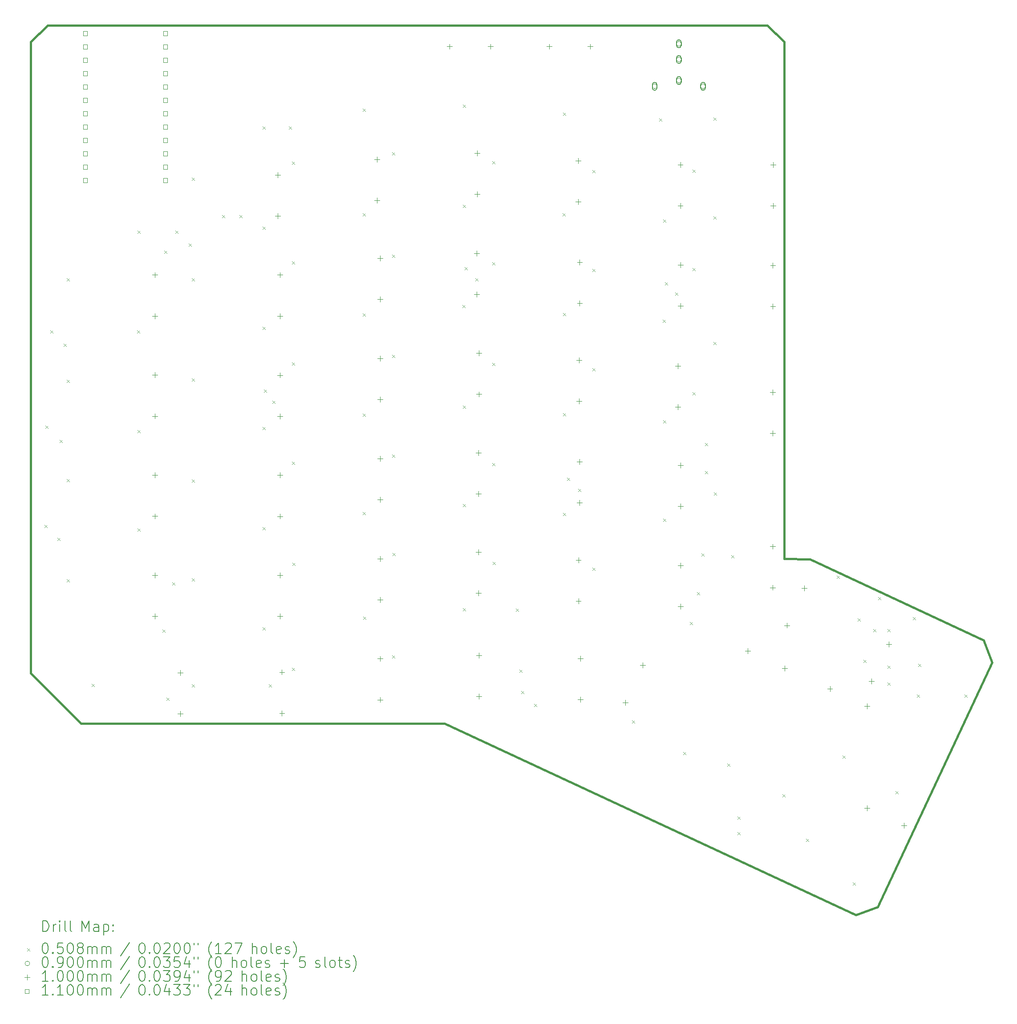
<source format=gbr>
%TF.GenerationSoftware,KiCad,Pcbnew,7.0.0*%
%TF.CreationDate,2023-03-24T12:18:01+00:00*%
%TF.ProjectId,ErgoMaxReversible,4572676f-4d61-4785-9265-766572736962,rev?*%
%TF.SameCoordinates,Original*%
%TF.FileFunction,Drillmap*%
%TF.FilePolarity,Positive*%
%FSLAX45Y45*%
G04 Gerber Fmt 4.5, Leading zero omitted, Abs format (unit mm)*
G04 Created by KiCad (PCBNEW 7.0.0) date 2023-03-24 12:18:01*
%MOMM*%
%LPD*%
G01*
G04 APERTURE LIST*
%ADD10C,0.381000*%
%ADD11C,0.200000*%
%ADD12C,0.050800*%
%ADD13C,0.090000*%
%ADD14C,0.100000*%
%ADD15C,0.110000*%
G04 APERTURE END LIST*
D10*
X11033900Y-3902500D02*
X11034000Y-15905000D01*
X25364948Y-3902456D02*
X25365000Y-13729000D01*
X11351400Y-3585000D02*
X11033900Y-3902500D01*
X11034000Y-15905000D02*
X11986500Y-16857500D01*
X26727350Y-20501892D02*
X27149244Y-20348476D01*
X25365000Y-13729000D02*
X25854860Y-13733300D01*
X25364948Y-3902456D02*
X25048000Y-3585000D01*
X25048000Y-3585000D02*
X11351400Y-3585000D01*
X18910500Y-16857500D02*
X26727350Y-20501892D01*
X11986500Y-16857500D02*
X18910500Y-16857500D01*
X27149244Y-20348476D02*
X29317642Y-15698244D01*
X29163972Y-15276350D02*
X25854860Y-13733300D01*
X29317642Y-15698244D02*
X29163972Y-15276350D01*
D11*
D12*
X11295580Y-13086080D02*
X11346380Y-13136880D01*
X11346380Y-13086080D02*
X11295580Y-13136880D01*
X11315192Y-11200536D02*
X11365992Y-11251336D01*
X11365992Y-11200536D02*
X11315192Y-11251336D01*
X11406886Y-9389252D02*
X11457686Y-9440052D01*
X11457686Y-9389252D02*
X11406886Y-9440052D01*
X11538150Y-13328650D02*
X11588950Y-13379450D01*
X11588950Y-13328650D02*
X11538150Y-13379450D01*
X11583010Y-11468354D02*
X11633810Y-11519154D01*
X11633810Y-11468354D02*
X11583010Y-11519154D01*
X11657608Y-9639974D02*
X11708408Y-9690774D01*
X11708408Y-9639974D02*
X11657608Y-9690774D01*
X11718036Y-12211050D02*
X11768836Y-12261850D01*
X11768836Y-12211050D02*
X11718036Y-12261850D01*
X11720576Y-10328402D02*
X11771376Y-10379202D01*
X11771376Y-10328402D02*
X11720576Y-10379202D01*
X11721084Y-8398510D02*
X11771884Y-8449310D01*
X11771884Y-8398510D02*
X11721084Y-8449310D01*
X11721592Y-14118082D02*
X11772392Y-14168882D01*
X11772392Y-14118082D02*
X11721592Y-14168882D01*
X12195810Y-16110458D02*
X12246610Y-16161258D01*
X12246610Y-16110458D02*
X12195810Y-16161258D01*
X13059918Y-9388348D02*
X13110718Y-9439148D01*
X13110718Y-9388348D02*
X13059918Y-9439148D01*
X13062458Y-7486142D02*
X13113258Y-7536942D01*
X13113258Y-7486142D02*
X13062458Y-7536942D01*
X13062712Y-13155168D02*
X13113512Y-13205968D01*
X13113512Y-13155168D02*
X13062712Y-13205968D01*
X13062966Y-11279632D02*
X13113766Y-11330432D01*
X13113766Y-11279632D02*
X13062966Y-11330432D01*
X13540740Y-15073630D02*
X13591540Y-15124430D01*
X13591540Y-15073630D02*
X13540740Y-15124430D01*
X13573760Y-7869682D02*
X13624560Y-7920482D01*
X13624560Y-7869682D02*
X13573760Y-7920482D01*
X13614654Y-16366490D02*
X13665454Y-16417290D01*
X13665454Y-16366490D02*
X13614654Y-16417290D01*
X13723874Y-14181074D02*
X13774674Y-14231874D01*
X13774674Y-14181074D02*
X13723874Y-14231874D01*
X13788288Y-7486142D02*
X13839088Y-7536942D01*
X13839088Y-7486142D02*
X13788288Y-7536942D01*
X14037810Y-7735664D02*
X14088610Y-7786464D01*
X14088610Y-7735664D02*
X14037810Y-7786464D01*
X14097000Y-10301986D02*
X14147800Y-10352786D01*
X14147800Y-10301986D02*
X14097000Y-10352786D01*
X14097254Y-8394700D02*
X14148054Y-8445500D01*
X14148054Y-8394700D02*
X14097254Y-8445500D01*
X14098016Y-12222480D02*
X14148816Y-12273280D01*
X14148816Y-12222480D02*
X14098016Y-12273280D01*
X14098778Y-14103350D02*
X14149578Y-14154150D01*
X14149578Y-14103350D02*
X14098778Y-14154150D01*
X14099286Y-6485382D02*
X14150086Y-6536182D01*
X14150086Y-6485382D02*
X14099286Y-6536182D01*
X14099540Y-16112998D02*
X14150340Y-16163798D01*
X14150340Y-16112998D02*
X14099540Y-16163798D01*
X14673326Y-7192722D02*
X14724126Y-7243522D01*
X14724126Y-7192722D02*
X14673326Y-7243522D01*
X15007082Y-7192722D02*
X15057882Y-7243522D01*
X15057882Y-7192722D02*
X15007082Y-7243522D01*
X15440406Y-9320862D02*
X15491206Y-9371662D01*
X15491206Y-9320862D02*
X15440406Y-9371662D01*
X15440660Y-15033600D02*
X15491460Y-15084400D01*
X15491460Y-15033600D02*
X15440660Y-15084400D01*
X15440914Y-7416664D02*
X15491714Y-7467464D01*
X15491714Y-7416664D02*
X15440914Y-7467464D01*
X15442946Y-5511304D02*
X15493746Y-5562104D01*
X15493746Y-5511304D02*
X15442946Y-5562104D01*
X15443708Y-11225624D02*
X15494508Y-11276424D01*
X15494508Y-11225624D02*
X15443708Y-11276424D01*
X15443962Y-13130600D02*
X15494762Y-13181400D01*
X15494762Y-13130600D02*
X15443962Y-13181400D01*
X15472410Y-10513822D02*
X15523210Y-10564622D01*
X15523210Y-10513822D02*
X15472410Y-10564622D01*
X15559786Y-16117824D02*
X15610586Y-16168624D01*
X15610586Y-16117824D02*
X15559786Y-16168624D01*
X15632885Y-10725150D02*
X15683685Y-10775950D01*
X15683685Y-10725150D02*
X15632885Y-10775950D01*
X15943100Y-5511304D02*
X15993900Y-5562104D01*
X15993900Y-5511304D02*
X15943100Y-5562104D01*
X15999460Y-8068818D02*
X16050260Y-8119618D01*
X16050260Y-8068818D02*
X15999460Y-8119618D01*
X16005302Y-6178550D02*
X16056102Y-6229350D01*
X16056102Y-6178550D02*
X16005302Y-6229350D01*
X16005302Y-11883644D02*
X16056102Y-11934444D01*
X16056102Y-11883644D02*
X16005302Y-11934444D01*
X16005810Y-9995662D02*
X16056610Y-10046462D01*
X16056610Y-9995662D02*
X16005810Y-10046462D01*
X16006064Y-15801340D02*
X16056864Y-15852140D01*
X16056864Y-15801340D02*
X16006064Y-15852140D01*
X16008096Y-13801344D02*
X16058896Y-13852144D01*
X16058896Y-13801344D02*
X16008096Y-13852144D01*
X17345914Y-5166564D02*
X17396714Y-5217364D01*
X17396714Y-5166564D02*
X17345914Y-5217364D01*
X17345914Y-9067546D02*
X17396714Y-9118346D01*
X17396714Y-9067546D02*
X17345914Y-9118346D01*
X17346676Y-7155688D02*
X17397476Y-7206488D01*
X17397476Y-7155688D02*
X17346676Y-7206488D01*
X17348200Y-10971276D02*
X17399000Y-11022076D01*
X17399000Y-10971276D02*
X17348200Y-11022076D01*
X17349724Y-12838430D02*
X17400524Y-12889230D01*
X17400524Y-12838430D02*
X17349724Y-12889230D01*
X17356582Y-14825620D02*
X17407382Y-14876420D01*
X17407382Y-14825620D02*
X17356582Y-14876420D01*
X17905476Y-7943850D02*
X17956276Y-7994650D01*
X17956276Y-7943850D02*
X17905476Y-7994650D01*
X17907254Y-15564358D02*
X17958054Y-15615158D01*
X17958054Y-15564358D02*
X17907254Y-15615158D01*
X17909540Y-5997956D02*
X17960340Y-6048756D01*
X17960340Y-5997956D02*
X17909540Y-6048756D01*
X17909540Y-11747754D02*
X17960340Y-11798554D01*
X17960340Y-11747754D02*
X17909540Y-11798554D01*
X17910302Y-9848088D02*
X17961102Y-9898888D01*
X17961102Y-9848088D02*
X17910302Y-9898888D01*
X17912588Y-13615162D02*
X17963388Y-13665962D01*
X17963388Y-13615162D02*
X17912588Y-13665962D01*
X19246850Y-8904732D02*
X19297650Y-8955532D01*
X19297650Y-8904732D02*
X19246850Y-8955532D01*
X19250914Y-12685268D02*
X19301714Y-12736068D01*
X19301714Y-12685268D02*
X19250914Y-12736068D01*
X19251422Y-14665620D02*
X19302222Y-14716420D01*
X19302222Y-14665620D02*
X19251422Y-14716420D01*
X19252946Y-5093208D02*
X19303746Y-5144008D01*
X19303746Y-5093208D02*
X19252946Y-5144008D01*
X19254470Y-10812780D02*
X19305270Y-10863580D01*
X19305270Y-10812780D02*
X19254470Y-10863580D01*
X19254978Y-6998208D02*
X19305778Y-7049008D01*
X19305778Y-6998208D02*
X19254978Y-7049008D01*
X19287998Y-8185752D02*
X19338798Y-8236552D01*
X19338798Y-8185752D02*
X19287998Y-8236552D01*
X19493738Y-8391493D02*
X19544538Y-8442293D01*
X19544538Y-8391493D02*
X19493738Y-8442293D01*
X19810476Y-8091678D02*
X19861276Y-8142478D01*
X19861276Y-8091678D02*
X19810476Y-8142478D01*
X19813270Y-6168644D02*
X19864070Y-6219444D01*
X19864070Y-6168644D02*
X19813270Y-6219444D01*
X19814032Y-10004552D02*
X19864832Y-10055352D01*
X19864832Y-10004552D02*
X19814032Y-10055352D01*
X19816826Y-11904472D02*
X19867626Y-11955272D01*
X19867626Y-11904472D02*
X19816826Y-11955272D01*
X19818350Y-13789914D02*
X19869150Y-13840714D01*
X19869150Y-13789914D02*
X19818350Y-13840714D01*
X20262088Y-14673834D02*
X20312888Y-14724634D01*
X20312888Y-14673834D02*
X20262088Y-14724634D01*
X20333208Y-15835122D02*
X20384008Y-15885922D01*
X20384008Y-15835122D02*
X20333208Y-15885922D01*
X20365212Y-16243046D02*
X20416012Y-16293846D01*
X20416012Y-16243046D02*
X20365212Y-16293846D01*
X20610068Y-16487902D02*
X20660868Y-16538702D01*
X20660868Y-16487902D02*
X20610068Y-16538702D01*
X21153628Y-7161784D02*
X21204428Y-7212584D01*
X21204428Y-7161784D02*
X21153628Y-7212584D01*
X21155406Y-9057386D02*
X21206206Y-9108186D01*
X21206206Y-9057386D02*
X21155406Y-9108186D01*
X21157184Y-5247386D02*
X21207984Y-5298186D01*
X21207984Y-5247386D02*
X21157184Y-5298186D01*
X21157946Y-10960608D02*
X21208746Y-11011408D01*
X21208746Y-10960608D02*
X21157946Y-11011408D01*
X21159978Y-12859258D02*
X21210778Y-12910058D01*
X21210778Y-12859258D02*
X21159978Y-12910058D01*
X21232368Y-12190884D02*
X21283168Y-12241684D01*
X21283168Y-12190884D02*
X21232368Y-12241684D01*
X21444966Y-12403482D02*
X21495766Y-12454282D01*
X21495766Y-12403482D02*
X21444966Y-12454282D01*
X21714460Y-6336030D02*
X21765260Y-6386830D01*
X21765260Y-6336030D02*
X21714460Y-6386830D01*
X21715222Y-13897102D02*
X21766022Y-13947902D01*
X21766022Y-13897102D02*
X21715222Y-13947902D01*
X21717000Y-10105390D02*
X21767800Y-10156190D01*
X21767800Y-10105390D02*
X21717000Y-10156190D01*
X21722334Y-8213598D02*
X21773134Y-8264398D01*
X21773134Y-8213598D02*
X21722334Y-8264398D01*
X22470872Y-16805910D02*
X22521672Y-16856710D01*
X22521672Y-16805910D02*
X22470872Y-16856710D01*
X22992334Y-5354320D02*
X23043134Y-5405120D01*
X23043134Y-5354320D02*
X22992334Y-5405120D01*
X23059390Y-9184132D02*
X23110190Y-9234932D01*
X23110190Y-9184132D02*
X23059390Y-9234932D01*
X23062946Y-12966600D02*
X23113746Y-13017400D01*
X23113746Y-12966600D02*
X23062946Y-13017400D01*
X23063454Y-7277100D02*
X23114254Y-7327900D01*
X23114254Y-7277100D02*
X23063454Y-7327900D01*
X23065486Y-11095736D02*
X23116286Y-11146536D01*
X23116286Y-11095736D02*
X23065486Y-11146536D01*
X23095458Y-8470327D02*
X23146258Y-8521127D01*
X23146258Y-8470327D02*
X23095458Y-8521127D01*
X23294151Y-8669020D02*
X23344951Y-8719820D01*
X23344951Y-8669020D02*
X23294151Y-8719820D01*
X23442930Y-17405096D02*
X23493730Y-17455896D01*
X23493730Y-17405096D02*
X23442930Y-17455896D01*
X23576280Y-14930120D02*
X23627080Y-14980920D01*
X23627080Y-14930120D02*
X23576280Y-14980920D01*
X23624794Y-10559288D02*
X23675594Y-10610088D01*
X23675594Y-10559288D02*
X23624794Y-10610088D01*
X23625302Y-6332982D02*
X23676102Y-6383782D01*
X23676102Y-6332982D02*
X23625302Y-6383782D01*
X23627080Y-8195818D02*
X23677880Y-8246618D01*
X23677880Y-8195818D02*
X23627080Y-8246618D01*
X23707120Y-14363700D02*
X23757920Y-14414500D01*
X23757920Y-14363700D02*
X23707120Y-14414500D01*
X23789640Y-13629640D02*
X23840440Y-13680440D01*
X23840440Y-13629640D02*
X23789640Y-13680440D01*
X23863300Y-11523980D02*
X23914100Y-11574780D01*
X23914100Y-11523980D02*
X23863300Y-11574780D01*
X23863300Y-12061333D02*
X23914100Y-12112133D01*
X23914100Y-12061333D02*
X23863300Y-12112133D01*
X24019764Y-7218426D02*
X24070564Y-7269226D01*
X24070564Y-7218426D02*
X24019764Y-7269226D01*
X24023574Y-5341874D02*
X24074374Y-5392674D01*
X24074374Y-5341874D02*
X24023574Y-5392674D01*
X24025098Y-9601200D02*
X24075898Y-9652000D01*
X24075898Y-9601200D02*
X24025098Y-9652000D01*
X24033734Y-12466574D02*
X24084534Y-12517374D01*
X24084534Y-12466574D02*
X24033734Y-12517374D01*
X24285956Y-17620996D02*
X24336756Y-17671796D01*
X24336756Y-17620996D02*
X24285956Y-17671796D01*
X24357584Y-13657580D02*
X24408384Y-13708380D01*
X24408384Y-13657580D02*
X24357584Y-13708380D01*
X24479129Y-18628360D02*
X24529929Y-18679160D01*
X24529929Y-18628360D02*
X24479129Y-18679160D01*
X24479129Y-18925540D02*
X24529929Y-18976340D01*
X24529929Y-18925540D02*
X24479129Y-18976340D01*
X25333452Y-18209260D02*
X25384252Y-18260060D01*
X25384252Y-18209260D02*
X25333452Y-18260060D01*
X25778460Y-19055334D02*
X25829260Y-19106134D01*
X25829260Y-19055334D02*
X25778460Y-19106134D01*
X26365200Y-14046200D02*
X26416000Y-14097000D01*
X26416000Y-14046200D02*
X26365200Y-14097000D01*
X26475182Y-17469104D02*
X26525982Y-17519904D01*
X26525982Y-17469104D02*
X26475182Y-17519904D01*
X26675080Y-19881850D02*
X26725880Y-19932650D01*
X26725880Y-19881850D02*
X26675080Y-19932650D01*
X26765504Y-14862810D02*
X26816304Y-14913610D01*
X26816304Y-14862810D02*
X26765504Y-14913610D01*
X26873200Y-15646400D02*
X26924000Y-15697200D01*
X26924000Y-15646400D02*
X26873200Y-15697200D01*
X27062430Y-15063470D02*
X27113230Y-15114270D01*
X27113230Y-15063470D02*
X27062430Y-15114270D01*
X27152600Y-14452600D02*
X27203400Y-14503400D01*
X27203400Y-14452600D02*
X27152600Y-14503400D01*
X27335363Y-15761208D02*
X27386163Y-15812008D01*
X27386163Y-15761208D02*
X27335363Y-15812008D01*
X27335363Y-16079689D02*
X27386163Y-16130489D01*
X27386163Y-16079689D02*
X27335363Y-16130489D01*
X27335480Y-15063470D02*
X27386280Y-15114270D01*
X27386280Y-15063470D02*
X27335480Y-15114270D01*
X27488134Y-18152110D02*
X27538934Y-18202910D01*
X27538934Y-18152110D02*
X27488134Y-18202910D01*
X27813000Y-14833600D02*
X27863800Y-14884400D01*
X27863800Y-14833600D02*
X27813000Y-14884400D01*
X27889200Y-16306800D02*
X27940000Y-16357600D01*
X27940000Y-16306800D02*
X27889200Y-16357600D01*
X27914600Y-15722600D02*
X27965400Y-15773400D01*
X27965400Y-15722600D02*
X27914600Y-15773400D01*
X28793222Y-16309848D02*
X28844022Y-16360648D01*
X28844022Y-16309848D02*
X28793222Y-16360648D01*
D13*
X22947920Y-4744420D02*
G75*
G03*
X22947920Y-4744420I-45000J0D01*
G01*
D11*
X22857920Y-4714420D02*
X22857920Y-4774420D01*
X22857920Y-4774420D02*
G75*
G03*
X22947920Y-4774420I45000J0D01*
G01*
X22947920Y-4774420D02*
X22947920Y-4714420D01*
X22947920Y-4714420D02*
G75*
G03*
X22857920Y-4714420I-45000J0D01*
G01*
D13*
X23407920Y-3934420D02*
G75*
G03*
X23407920Y-3934420I-45000J0D01*
G01*
D11*
X23317920Y-3904420D02*
X23317920Y-3964420D01*
X23317920Y-3964420D02*
G75*
G03*
X23407920Y-3964420I45000J0D01*
G01*
X23407920Y-3964420D02*
X23407920Y-3904420D01*
X23407920Y-3904420D02*
G75*
G03*
X23317920Y-3904420I-45000J0D01*
G01*
D13*
X23407920Y-4234420D02*
G75*
G03*
X23407920Y-4234420I-45000J0D01*
G01*
D11*
X23317920Y-4204420D02*
X23317920Y-4264420D01*
X23317920Y-4264420D02*
G75*
G03*
X23407920Y-4264420I45000J0D01*
G01*
X23407920Y-4264420D02*
X23407920Y-4204420D01*
X23407920Y-4204420D02*
G75*
G03*
X23317920Y-4204420I-45000J0D01*
G01*
D13*
X23407920Y-4634420D02*
G75*
G03*
X23407920Y-4634420I-45000J0D01*
G01*
D11*
X23317920Y-4604420D02*
X23317920Y-4664420D01*
X23317920Y-4664420D02*
G75*
G03*
X23407920Y-4664420I45000J0D01*
G01*
X23407920Y-4664420D02*
X23407920Y-4604420D01*
X23407920Y-4604420D02*
G75*
G03*
X23317920Y-4604420I-45000J0D01*
G01*
D13*
X23867920Y-4744420D02*
G75*
G03*
X23867920Y-4744420I-45000J0D01*
G01*
D11*
X23777920Y-4714420D02*
X23777920Y-4774420D01*
X23777920Y-4774420D02*
G75*
G03*
X23867920Y-4774420I45000J0D01*
G01*
X23867920Y-4774420D02*
X23867920Y-4714420D01*
X23867920Y-4714420D02*
G75*
G03*
X23777920Y-4714420I-45000J0D01*
G01*
D14*
X13393584Y-8280997D02*
X13393584Y-8380997D01*
X13343584Y-8330997D02*
X13443584Y-8330997D01*
X13393584Y-9060997D02*
X13393584Y-9160997D01*
X13343584Y-9110997D02*
X13443584Y-9110997D01*
X13393924Y-10185307D02*
X13393924Y-10285307D01*
X13343924Y-10235307D02*
X13443924Y-10235307D01*
X13393924Y-10965307D02*
X13393924Y-11065307D01*
X13343924Y-11015307D02*
X13443924Y-11015307D01*
X13394416Y-13993933D02*
X13394416Y-14093933D01*
X13344416Y-14043933D02*
X13444416Y-14043933D01*
X13394416Y-14773933D02*
X13394416Y-14873933D01*
X13344416Y-14823933D02*
X13444416Y-14823933D01*
X13394956Y-12089317D02*
X13394956Y-12189317D01*
X13344956Y-12139317D02*
X13444956Y-12139317D01*
X13394956Y-12869317D02*
X13394956Y-12969317D01*
X13344956Y-12919317D02*
X13444956Y-12919317D01*
X13881100Y-15844956D02*
X13881100Y-15944956D01*
X13831100Y-15894956D02*
X13931100Y-15894956D01*
X13881100Y-16624956D02*
X13881100Y-16724956D01*
X13831100Y-16674956D02*
X13931100Y-16674956D01*
X15735046Y-6378122D02*
X15735046Y-6478122D01*
X15685046Y-6428122D02*
X15785046Y-6428122D01*
X15735046Y-7158122D02*
X15735046Y-7258122D01*
X15685046Y-7208122D02*
X15785046Y-7208122D01*
X15774002Y-10186267D02*
X15774002Y-10286267D01*
X15724002Y-10236267D02*
X15824002Y-10236267D01*
X15774002Y-10966267D02*
X15774002Y-11066267D01*
X15724002Y-11016267D02*
X15824002Y-11016267D01*
X15774126Y-8280997D02*
X15774126Y-8380997D01*
X15724126Y-8330997D02*
X15824126Y-8330997D01*
X15774126Y-9060997D02*
X15774126Y-9160997D01*
X15724126Y-9110997D02*
X15824126Y-9110997D01*
X15774576Y-12090137D02*
X15774576Y-12190137D01*
X15724576Y-12140137D02*
X15824576Y-12140137D01*
X15774576Y-12870137D02*
X15774576Y-12970137D01*
X15724576Y-12920137D02*
X15824576Y-12920137D01*
X15775416Y-13993933D02*
X15775416Y-14093933D01*
X15725416Y-14043933D02*
X15825416Y-14043933D01*
X15775416Y-14773933D02*
X15775416Y-14873933D01*
X15725416Y-14823933D02*
X15825416Y-14823933D01*
X15812262Y-15833780D02*
X15812262Y-15933780D01*
X15762262Y-15883780D02*
X15862262Y-15883780D01*
X15812262Y-16613780D02*
X15812262Y-16713780D01*
X15762262Y-16663780D02*
X15862262Y-16663780D01*
X17622520Y-6082212D02*
X17622520Y-6182212D01*
X17572520Y-6132212D02*
X17672520Y-6132212D01*
X17622520Y-6862212D02*
X17622520Y-6962212D01*
X17572520Y-6912212D02*
X17672520Y-6912212D01*
X17678876Y-9866195D02*
X17678876Y-9966195D01*
X17628876Y-9916195D02*
X17728876Y-9916195D01*
X17678876Y-10646195D02*
X17678876Y-10746195D01*
X17628876Y-10696195D02*
X17728876Y-10696195D01*
X17679126Y-7961997D02*
X17679126Y-8061997D01*
X17629126Y-8011997D02*
X17729126Y-8011997D01*
X17679126Y-8741997D02*
X17679126Y-8841997D01*
X17629126Y-8791997D02*
X17729126Y-8791997D01*
X17680416Y-11770957D02*
X17680416Y-11870957D01*
X17630416Y-11820957D02*
X17730416Y-11820957D01*
X17680416Y-12550957D02*
X17680416Y-12650957D01*
X17630416Y-12600957D02*
X17730416Y-12600957D01*
X17680416Y-13675933D02*
X17680416Y-13775933D01*
X17630416Y-13725933D02*
X17730416Y-13725933D01*
X17680416Y-14455933D02*
X17680416Y-14555933D01*
X17630416Y-14505933D02*
X17730416Y-14505933D01*
X17680416Y-15578933D02*
X17680416Y-15678933D01*
X17630416Y-15628933D02*
X17730416Y-15628933D01*
X17680416Y-16358933D02*
X17680416Y-16458933D01*
X17630416Y-16408933D02*
X17730416Y-16408933D01*
X19000768Y-3937546D02*
X19000768Y-4037546D01*
X18950768Y-3987546D02*
X19050768Y-3987546D01*
X19519138Y-7870880D02*
X19519138Y-7970880D01*
X19469138Y-7920880D02*
X19569138Y-7920880D01*
X19519138Y-8650880D02*
X19519138Y-8750880D01*
X19469138Y-8700880D02*
X19569138Y-8700880D01*
X19525234Y-5964864D02*
X19525234Y-6064864D01*
X19475234Y-6014864D02*
X19575234Y-6014864D01*
X19525234Y-6744864D02*
X19525234Y-6844864D01*
X19475234Y-6794864D02*
X19575234Y-6794864D01*
X19549364Y-11663354D02*
X19549364Y-11763354D01*
X19499364Y-11713354D02*
X19599364Y-11713354D01*
X19549364Y-12443354D02*
X19549364Y-12543354D01*
X19499364Y-12493354D02*
X19599364Y-12493354D01*
X19551396Y-13552098D02*
X19551396Y-13652098D01*
X19501396Y-13602098D02*
X19601396Y-13602098D01*
X19551396Y-14332098D02*
X19551396Y-14432098D01*
X19501396Y-14382098D02*
X19601396Y-14382098D01*
X19555968Y-15514756D02*
X19555968Y-15614756D01*
X19505968Y-15564756D02*
X19605968Y-15564756D01*
X19555968Y-16294756D02*
X19555968Y-16394756D01*
X19505968Y-16344756D02*
X19605968Y-16344756D01*
X19556476Y-9769784D02*
X19556476Y-9869784D01*
X19506476Y-9819784D02*
X19606476Y-9819784D01*
X19556476Y-10549784D02*
X19556476Y-10649784D01*
X19506476Y-10599784D02*
X19606476Y-10599784D01*
X19780768Y-3937546D02*
X19780768Y-4037546D01*
X19730768Y-3987546D02*
X19830768Y-3987546D01*
X20894592Y-3937546D02*
X20894592Y-4037546D01*
X20844592Y-3987546D02*
X20944592Y-3987546D01*
X21449538Y-6110406D02*
X21449538Y-6210406D01*
X21399538Y-6160406D02*
X21499538Y-6160406D01*
X21449538Y-6890406D02*
X21449538Y-6990406D01*
X21399538Y-6940406D02*
X21499538Y-6940406D01*
X21452332Y-13704498D02*
X21452332Y-13804498D01*
X21402332Y-13754498D02*
X21502332Y-13754498D01*
X21452332Y-14484498D02*
X21452332Y-14584498D01*
X21402332Y-14534498D02*
X21502332Y-14534498D01*
X21463508Y-9902118D02*
X21463508Y-10002118D01*
X21413508Y-9952118D02*
X21513508Y-9952118D01*
X21463508Y-10682118D02*
X21463508Y-10782118D01*
X21413508Y-10732118D02*
X21513508Y-10732118D01*
X21470366Y-11833280D02*
X21470366Y-11933280D01*
X21420366Y-11883280D02*
X21520366Y-11883280D01*
X21470366Y-12613280D02*
X21470366Y-12713280D01*
X21420366Y-12663280D02*
X21520366Y-12663280D01*
X21476716Y-8040806D02*
X21476716Y-8140806D01*
X21426716Y-8090806D02*
X21526716Y-8090806D01*
X21476716Y-8820806D02*
X21476716Y-8920806D01*
X21426716Y-8870806D02*
X21526716Y-8870806D01*
X21490416Y-15576933D02*
X21490416Y-15676933D01*
X21440416Y-15626933D02*
X21540416Y-15626933D01*
X21490416Y-16356933D02*
X21490416Y-16456933D01*
X21440416Y-16406933D02*
X21540416Y-16406933D01*
X21674592Y-3937546D02*
X21674592Y-4037546D01*
X21624592Y-3987546D02*
X21724592Y-3987546D01*
X22345929Y-16410362D02*
X22345929Y-16510362D01*
X22295929Y-16460362D02*
X22395929Y-16460362D01*
X22675571Y-15703442D02*
X22675571Y-15803442D01*
X22625571Y-15753442D02*
X22725571Y-15753442D01*
X23345394Y-10010322D02*
X23345394Y-10110322D01*
X23295394Y-10060322D02*
X23395394Y-10060322D01*
X23345394Y-10790322D02*
X23345394Y-10890322D01*
X23295394Y-10840322D02*
X23395394Y-10840322D01*
X23391191Y-6185297D02*
X23391191Y-6285297D01*
X23341191Y-6235297D02*
X23441191Y-6235297D01*
X23391191Y-6965297D02*
X23391191Y-7065297D01*
X23341191Y-7015297D02*
X23441191Y-7015297D01*
X23395416Y-8090285D02*
X23395416Y-8190285D01*
X23345416Y-8140285D02*
X23445416Y-8140285D01*
X23395416Y-8870285D02*
X23395416Y-8970285D01*
X23345416Y-8920285D02*
X23445416Y-8920285D01*
X23395416Y-11900017D02*
X23395416Y-12000017D01*
X23345416Y-11950017D02*
X23445416Y-11950017D01*
X23395416Y-12680017D02*
X23395416Y-12780017D01*
X23345416Y-12730017D02*
X23445416Y-12730017D01*
X23395416Y-13802933D02*
X23395416Y-13902933D01*
X23345416Y-13852933D02*
X23445416Y-13852933D01*
X23395416Y-14582933D02*
X23395416Y-14682933D01*
X23345416Y-14632933D02*
X23445416Y-14632933D01*
X24670620Y-15434119D02*
X24670620Y-15534119D01*
X24620620Y-15484119D02*
X24720620Y-15484119D01*
X25147270Y-10510194D02*
X25147270Y-10610194D01*
X25097270Y-10560194D02*
X25197270Y-10560194D01*
X25147270Y-11290194D02*
X25147270Y-11390194D01*
X25097270Y-11340194D02*
X25197270Y-11340194D01*
X25147524Y-13445418D02*
X25147524Y-13545418D01*
X25097524Y-13495418D02*
X25197524Y-13495418D01*
X25147524Y-14225418D02*
X25147524Y-14325418D01*
X25097524Y-14275418D02*
X25197524Y-14275418D01*
X25151334Y-8097956D02*
X25151334Y-8197956D01*
X25101334Y-8147956D02*
X25201334Y-8147956D01*
X25151334Y-8877956D02*
X25151334Y-8977956D01*
X25101334Y-8927956D02*
X25201334Y-8927956D01*
X25155906Y-6183558D02*
X25155906Y-6283558D01*
X25105906Y-6233558D02*
X25205906Y-6233558D01*
X25155906Y-6963558D02*
X25155906Y-7063558D01*
X25105906Y-7013558D02*
X25205906Y-7013558D01*
X25377540Y-15763761D02*
X25377540Y-15863761D01*
X25327540Y-15813761D02*
X25427540Y-15813761D01*
X25420345Y-14945036D02*
X25420345Y-15045036D01*
X25370345Y-14995036D02*
X25470345Y-14995036D01*
X25749987Y-14238116D02*
X25749987Y-14338116D01*
X25699987Y-14288116D02*
X25799987Y-14288116D01*
X26235260Y-16149637D02*
X26235260Y-16249637D01*
X26185260Y-16199637D02*
X26285260Y-16199637D01*
X26940364Y-18422937D02*
X26940364Y-18522937D01*
X26890364Y-18472937D02*
X26990364Y-18472937D01*
X26942180Y-16479279D02*
X26942180Y-16579279D01*
X26892180Y-16529279D02*
X26992180Y-16529279D01*
X27026895Y-16008026D02*
X27026895Y-16108026D01*
X26976895Y-16058026D02*
X27076895Y-16058026D01*
X27356537Y-15301106D02*
X27356537Y-15401106D01*
X27306537Y-15351106D02*
X27406537Y-15351106D01*
X27647284Y-18752579D02*
X27647284Y-18852579D01*
X27597284Y-18802579D02*
X27697284Y-18802579D01*
D15*
X12111857Y-3776755D02*
X12111857Y-3698973D01*
X12034075Y-3698973D01*
X12034075Y-3776755D01*
X12111857Y-3776755D01*
X12111857Y-4030755D02*
X12111857Y-3952973D01*
X12034075Y-3952973D01*
X12034075Y-4030755D01*
X12111857Y-4030755D01*
X12111857Y-4284755D02*
X12111857Y-4206973D01*
X12034075Y-4206973D01*
X12034075Y-4284755D01*
X12111857Y-4284755D01*
X12111857Y-4538755D02*
X12111857Y-4460973D01*
X12034075Y-4460973D01*
X12034075Y-4538755D01*
X12111857Y-4538755D01*
X12111857Y-4792755D02*
X12111857Y-4714973D01*
X12034075Y-4714973D01*
X12034075Y-4792755D01*
X12111857Y-4792755D01*
X12111857Y-5046755D02*
X12111857Y-4968973D01*
X12034075Y-4968973D01*
X12034075Y-5046755D01*
X12111857Y-5046755D01*
X12111857Y-5300755D02*
X12111857Y-5222973D01*
X12034075Y-5222973D01*
X12034075Y-5300755D01*
X12111857Y-5300755D01*
X12111857Y-5554755D02*
X12111857Y-5476973D01*
X12034075Y-5476973D01*
X12034075Y-5554755D01*
X12111857Y-5554755D01*
X12111857Y-5808755D02*
X12111857Y-5730973D01*
X12034075Y-5730973D01*
X12034075Y-5808755D01*
X12111857Y-5808755D01*
X12111857Y-6062755D02*
X12111857Y-5984973D01*
X12034075Y-5984973D01*
X12034075Y-6062755D01*
X12111857Y-6062755D01*
X12111857Y-6316755D02*
X12111857Y-6238973D01*
X12034075Y-6238973D01*
X12034075Y-6316755D01*
X12111857Y-6316755D01*
X12111857Y-6570755D02*
X12111857Y-6492973D01*
X12034075Y-6492973D01*
X12034075Y-6570755D01*
X12111857Y-6570755D01*
X13635857Y-3776755D02*
X13635857Y-3698973D01*
X13558075Y-3698973D01*
X13558075Y-3776755D01*
X13635857Y-3776755D01*
X13635857Y-4030755D02*
X13635857Y-3952973D01*
X13558075Y-3952973D01*
X13558075Y-4030755D01*
X13635857Y-4030755D01*
X13635857Y-4284755D02*
X13635857Y-4206973D01*
X13558075Y-4206973D01*
X13558075Y-4284755D01*
X13635857Y-4284755D01*
X13635857Y-4538755D02*
X13635857Y-4460973D01*
X13558075Y-4460973D01*
X13558075Y-4538755D01*
X13635857Y-4538755D01*
X13635857Y-4792755D02*
X13635857Y-4714973D01*
X13558075Y-4714973D01*
X13558075Y-4792755D01*
X13635857Y-4792755D01*
X13635857Y-5046755D02*
X13635857Y-4968973D01*
X13558075Y-4968973D01*
X13558075Y-5046755D01*
X13635857Y-5046755D01*
X13635857Y-5300755D02*
X13635857Y-5222973D01*
X13558075Y-5222973D01*
X13558075Y-5300755D01*
X13635857Y-5300755D01*
X13635857Y-5554755D02*
X13635857Y-5476973D01*
X13558075Y-5476973D01*
X13558075Y-5554755D01*
X13635857Y-5554755D01*
X13635857Y-5808755D02*
X13635857Y-5730973D01*
X13558075Y-5730973D01*
X13558075Y-5808755D01*
X13635857Y-5808755D01*
X13635857Y-6062755D02*
X13635857Y-5984973D01*
X13558075Y-5984973D01*
X13558075Y-6062755D01*
X13635857Y-6062755D01*
X13635857Y-6316755D02*
X13635857Y-6238973D01*
X13558075Y-6238973D01*
X13558075Y-6316755D01*
X13635857Y-6316755D01*
X13635857Y-6570755D02*
X13635857Y-6492973D01*
X13558075Y-6492973D01*
X13558075Y-6570755D01*
X13635857Y-6570755D01*
D11*
X11262469Y-20814418D02*
X11262469Y-20614418D01*
X11262469Y-20614418D02*
X11310088Y-20614418D01*
X11310088Y-20614418D02*
X11338659Y-20623942D01*
X11338659Y-20623942D02*
X11357707Y-20642990D01*
X11357707Y-20642990D02*
X11367231Y-20662037D01*
X11367231Y-20662037D02*
X11376755Y-20700132D01*
X11376755Y-20700132D02*
X11376755Y-20728704D01*
X11376755Y-20728704D02*
X11367231Y-20766799D01*
X11367231Y-20766799D02*
X11357707Y-20785847D01*
X11357707Y-20785847D02*
X11338659Y-20804894D01*
X11338659Y-20804894D02*
X11310088Y-20814418D01*
X11310088Y-20814418D02*
X11262469Y-20814418D01*
X11462469Y-20814418D02*
X11462469Y-20681085D01*
X11462469Y-20719180D02*
X11471993Y-20700132D01*
X11471993Y-20700132D02*
X11481517Y-20690609D01*
X11481517Y-20690609D02*
X11500564Y-20681085D01*
X11500564Y-20681085D02*
X11519612Y-20681085D01*
X11586278Y-20814418D02*
X11586278Y-20681085D01*
X11586278Y-20614418D02*
X11576755Y-20623942D01*
X11576755Y-20623942D02*
X11586278Y-20633466D01*
X11586278Y-20633466D02*
X11595802Y-20623942D01*
X11595802Y-20623942D02*
X11586278Y-20614418D01*
X11586278Y-20614418D02*
X11586278Y-20633466D01*
X11710088Y-20814418D02*
X11691040Y-20804894D01*
X11691040Y-20804894D02*
X11681517Y-20785847D01*
X11681517Y-20785847D02*
X11681517Y-20614418D01*
X11814850Y-20814418D02*
X11795802Y-20804894D01*
X11795802Y-20804894D02*
X11786278Y-20785847D01*
X11786278Y-20785847D02*
X11786278Y-20614418D01*
X12011040Y-20814418D02*
X12011040Y-20614418D01*
X12011040Y-20614418D02*
X12077707Y-20757275D01*
X12077707Y-20757275D02*
X12144374Y-20614418D01*
X12144374Y-20614418D02*
X12144374Y-20814418D01*
X12325326Y-20814418D02*
X12325326Y-20709656D01*
X12325326Y-20709656D02*
X12315802Y-20690609D01*
X12315802Y-20690609D02*
X12296755Y-20681085D01*
X12296755Y-20681085D02*
X12258659Y-20681085D01*
X12258659Y-20681085D02*
X12239612Y-20690609D01*
X12325326Y-20804894D02*
X12306278Y-20814418D01*
X12306278Y-20814418D02*
X12258659Y-20814418D01*
X12258659Y-20814418D02*
X12239612Y-20804894D01*
X12239612Y-20804894D02*
X12230088Y-20785847D01*
X12230088Y-20785847D02*
X12230088Y-20766799D01*
X12230088Y-20766799D02*
X12239612Y-20747752D01*
X12239612Y-20747752D02*
X12258659Y-20738228D01*
X12258659Y-20738228D02*
X12306278Y-20738228D01*
X12306278Y-20738228D02*
X12325326Y-20728704D01*
X12420564Y-20681085D02*
X12420564Y-20881085D01*
X12420564Y-20690609D02*
X12439612Y-20681085D01*
X12439612Y-20681085D02*
X12477707Y-20681085D01*
X12477707Y-20681085D02*
X12496755Y-20690609D01*
X12496755Y-20690609D02*
X12506278Y-20700132D01*
X12506278Y-20700132D02*
X12515802Y-20719180D01*
X12515802Y-20719180D02*
X12515802Y-20776323D01*
X12515802Y-20776323D02*
X12506278Y-20795371D01*
X12506278Y-20795371D02*
X12496755Y-20804894D01*
X12496755Y-20804894D02*
X12477707Y-20814418D01*
X12477707Y-20814418D02*
X12439612Y-20814418D01*
X12439612Y-20814418D02*
X12420564Y-20804894D01*
X12601517Y-20795371D02*
X12611040Y-20804894D01*
X12611040Y-20804894D02*
X12601517Y-20814418D01*
X12601517Y-20814418D02*
X12591993Y-20804894D01*
X12591993Y-20804894D02*
X12601517Y-20795371D01*
X12601517Y-20795371D02*
X12601517Y-20814418D01*
X12601517Y-20690609D02*
X12611040Y-20700132D01*
X12611040Y-20700132D02*
X12601517Y-20709656D01*
X12601517Y-20709656D02*
X12591993Y-20700132D01*
X12591993Y-20700132D02*
X12601517Y-20690609D01*
X12601517Y-20690609D02*
X12601517Y-20709656D01*
D12*
X10964050Y-21135542D02*
X11014850Y-21186342D01*
X11014850Y-21135542D02*
X10964050Y-21186342D01*
D11*
X11300564Y-21034418D02*
X11319612Y-21034418D01*
X11319612Y-21034418D02*
X11338659Y-21043942D01*
X11338659Y-21043942D02*
X11348183Y-21053466D01*
X11348183Y-21053466D02*
X11357707Y-21072513D01*
X11357707Y-21072513D02*
X11367231Y-21110609D01*
X11367231Y-21110609D02*
X11367231Y-21158228D01*
X11367231Y-21158228D02*
X11357707Y-21196323D01*
X11357707Y-21196323D02*
X11348183Y-21215371D01*
X11348183Y-21215371D02*
X11338659Y-21224894D01*
X11338659Y-21224894D02*
X11319612Y-21234418D01*
X11319612Y-21234418D02*
X11300564Y-21234418D01*
X11300564Y-21234418D02*
X11281517Y-21224894D01*
X11281517Y-21224894D02*
X11271993Y-21215371D01*
X11271993Y-21215371D02*
X11262469Y-21196323D01*
X11262469Y-21196323D02*
X11252945Y-21158228D01*
X11252945Y-21158228D02*
X11252945Y-21110609D01*
X11252945Y-21110609D02*
X11262469Y-21072513D01*
X11262469Y-21072513D02*
X11271993Y-21053466D01*
X11271993Y-21053466D02*
X11281517Y-21043942D01*
X11281517Y-21043942D02*
X11300564Y-21034418D01*
X11452945Y-21215371D02*
X11462469Y-21224894D01*
X11462469Y-21224894D02*
X11452945Y-21234418D01*
X11452945Y-21234418D02*
X11443421Y-21224894D01*
X11443421Y-21224894D02*
X11452945Y-21215371D01*
X11452945Y-21215371D02*
X11452945Y-21234418D01*
X11643421Y-21034418D02*
X11548183Y-21034418D01*
X11548183Y-21034418D02*
X11538659Y-21129656D01*
X11538659Y-21129656D02*
X11548183Y-21120132D01*
X11548183Y-21120132D02*
X11567231Y-21110609D01*
X11567231Y-21110609D02*
X11614850Y-21110609D01*
X11614850Y-21110609D02*
X11633898Y-21120132D01*
X11633898Y-21120132D02*
X11643421Y-21129656D01*
X11643421Y-21129656D02*
X11652945Y-21148704D01*
X11652945Y-21148704D02*
X11652945Y-21196323D01*
X11652945Y-21196323D02*
X11643421Y-21215371D01*
X11643421Y-21215371D02*
X11633898Y-21224894D01*
X11633898Y-21224894D02*
X11614850Y-21234418D01*
X11614850Y-21234418D02*
X11567231Y-21234418D01*
X11567231Y-21234418D02*
X11548183Y-21224894D01*
X11548183Y-21224894D02*
X11538659Y-21215371D01*
X11776755Y-21034418D02*
X11795802Y-21034418D01*
X11795802Y-21034418D02*
X11814850Y-21043942D01*
X11814850Y-21043942D02*
X11824374Y-21053466D01*
X11824374Y-21053466D02*
X11833898Y-21072513D01*
X11833898Y-21072513D02*
X11843421Y-21110609D01*
X11843421Y-21110609D02*
X11843421Y-21158228D01*
X11843421Y-21158228D02*
X11833898Y-21196323D01*
X11833898Y-21196323D02*
X11824374Y-21215371D01*
X11824374Y-21215371D02*
X11814850Y-21224894D01*
X11814850Y-21224894D02*
X11795802Y-21234418D01*
X11795802Y-21234418D02*
X11776755Y-21234418D01*
X11776755Y-21234418D02*
X11757707Y-21224894D01*
X11757707Y-21224894D02*
X11748183Y-21215371D01*
X11748183Y-21215371D02*
X11738659Y-21196323D01*
X11738659Y-21196323D02*
X11729136Y-21158228D01*
X11729136Y-21158228D02*
X11729136Y-21110609D01*
X11729136Y-21110609D02*
X11738659Y-21072513D01*
X11738659Y-21072513D02*
X11748183Y-21053466D01*
X11748183Y-21053466D02*
X11757707Y-21043942D01*
X11757707Y-21043942D02*
X11776755Y-21034418D01*
X11957707Y-21120132D02*
X11938659Y-21110609D01*
X11938659Y-21110609D02*
X11929136Y-21101085D01*
X11929136Y-21101085D02*
X11919612Y-21082037D01*
X11919612Y-21082037D02*
X11919612Y-21072513D01*
X11919612Y-21072513D02*
X11929136Y-21053466D01*
X11929136Y-21053466D02*
X11938659Y-21043942D01*
X11938659Y-21043942D02*
X11957707Y-21034418D01*
X11957707Y-21034418D02*
X11995802Y-21034418D01*
X11995802Y-21034418D02*
X12014850Y-21043942D01*
X12014850Y-21043942D02*
X12024374Y-21053466D01*
X12024374Y-21053466D02*
X12033898Y-21072513D01*
X12033898Y-21072513D02*
X12033898Y-21082037D01*
X12033898Y-21082037D02*
X12024374Y-21101085D01*
X12024374Y-21101085D02*
X12014850Y-21110609D01*
X12014850Y-21110609D02*
X11995802Y-21120132D01*
X11995802Y-21120132D02*
X11957707Y-21120132D01*
X11957707Y-21120132D02*
X11938659Y-21129656D01*
X11938659Y-21129656D02*
X11929136Y-21139180D01*
X11929136Y-21139180D02*
X11919612Y-21158228D01*
X11919612Y-21158228D02*
X11919612Y-21196323D01*
X11919612Y-21196323D02*
X11929136Y-21215371D01*
X11929136Y-21215371D02*
X11938659Y-21224894D01*
X11938659Y-21224894D02*
X11957707Y-21234418D01*
X11957707Y-21234418D02*
X11995802Y-21234418D01*
X11995802Y-21234418D02*
X12014850Y-21224894D01*
X12014850Y-21224894D02*
X12024374Y-21215371D01*
X12024374Y-21215371D02*
X12033898Y-21196323D01*
X12033898Y-21196323D02*
X12033898Y-21158228D01*
X12033898Y-21158228D02*
X12024374Y-21139180D01*
X12024374Y-21139180D02*
X12014850Y-21129656D01*
X12014850Y-21129656D02*
X11995802Y-21120132D01*
X12119612Y-21234418D02*
X12119612Y-21101085D01*
X12119612Y-21120132D02*
X12129136Y-21110609D01*
X12129136Y-21110609D02*
X12148183Y-21101085D01*
X12148183Y-21101085D02*
X12176755Y-21101085D01*
X12176755Y-21101085D02*
X12195802Y-21110609D01*
X12195802Y-21110609D02*
X12205326Y-21129656D01*
X12205326Y-21129656D02*
X12205326Y-21234418D01*
X12205326Y-21129656D02*
X12214850Y-21110609D01*
X12214850Y-21110609D02*
X12233898Y-21101085D01*
X12233898Y-21101085D02*
X12262469Y-21101085D01*
X12262469Y-21101085D02*
X12281517Y-21110609D01*
X12281517Y-21110609D02*
X12291040Y-21129656D01*
X12291040Y-21129656D02*
X12291040Y-21234418D01*
X12386279Y-21234418D02*
X12386279Y-21101085D01*
X12386279Y-21120132D02*
X12395802Y-21110609D01*
X12395802Y-21110609D02*
X12414850Y-21101085D01*
X12414850Y-21101085D02*
X12443421Y-21101085D01*
X12443421Y-21101085D02*
X12462469Y-21110609D01*
X12462469Y-21110609D02*
X12471993Y-21129656D01*
X12471993Y-21129656D02*
X12471993Y-21234418D01*
X12471993Y-21129656D02*
X12481517Y-21110609D01*
X12481517Y-21110609D02*
X12500564Y-21101085D01*
X12500564Y-21101085D02*
X12529136Y-21101085D01*
X12529136Y-21101085D02*
X12548183Y-21110609D01*
X12548183Y-21110609D02*
X12557707Y-21129656D01*
X12557707Y-21129656D02*
X12557707Y-21234418D01*
X12915802Y-21024894D02*
X12744374Y-21282037D01*
X13140564Y-21034418D02*
X13159612Y-21034418D01*
X13159612Y-21034418D02*
X13178660Y-21043942D01*
X13178660Y-21043942D02*
X13188183Y-21053466D01*
X13188183Y-21053466D02*
X13197707Y-21072513D01*
X13197707Y-21072513D02*
X13207231Y-21110609D01*
X13207231Y-21110609D02*
X13207231Y-21158228D01*
X13207231Y-21158228D02*
X13197707Y-21196323D01*
X13197707Y-21196323D02*
X13188183Y-21215371D01*
X13188183Y-21215371D02*
X13178660Y-21224894D01*
X13178660Y-21224894D02*
X13159612Y-21234418D01*
X13159612Y-21234418D02*
X13140564Y-21234418D01*
X13140564Y-21234418D02*
X13121517Y-21224894D01*
X13121517Y-21224894D02*
X13111993Y-21215371D01*
X13111993Y-21215371D02*
X13102469Y-21196323D01*
X13102469Y-21196323D02*
X13092945Y-21158228D01*
X13092945Y-21158228D02*
X13092945Y-21110609D01*
X13092945Y-21110609D02*
X13102469Y-21072513D01*
X13102469Y-21072513D02*
X13111993Y-21053466D01*
X13111993Y-21053466D02*
X13121517Y-21043942D01*
X13121517Y-21043942D02*
X13140564Y-21034418D01*
X13292945Y-21215371D02*
X13302469Y-21224894D01*
X13302469Y-21224894D02*
X13292945Y-21234418D01*
X13292945Y-21234418D02*
X13283421Y-21224894D01*
X13283421Y-21224894D02*
X13292945Y-21215371D01*
X13292945Y-21215371D02*
X13292945Y-21234418D01*
X13426279Y-21034418D02*
X13445326Y-21034418D01*
X13445326Y-21034418D02*
X13464374Y-21043942D01*
X13464374Y-21043942D02*
X13473898Y-21053466D01*
X13473898Y-21053466D02*
X13483421Y-21072513D01*
X13483421Y-21072513D02*
X13492945Y-21110609D01*
X13492945Y-21110609D02*
X13492945Y-21158228D01*
X13492945Y-21158228D02*
X13483421Y-21196323D01*
X13483421Y-21196323D02*
X13473898Y-21215371D01*
X13473898Y-21215371D02*
X13464374Y-21224894D01*
X13464374Y-21224894D02*
X13445326Y-21234418D01*
X13445326Y-21234418D02*
X13426279Y-21234418D01*
X13426279Y-21234418D02*
X13407231Y-21224894D01*
X13407231Y-21224894D02*
X13397707Y-21215371D01*
X13397707Y-21215371D02*
X13388183Y-21196323D01*
X13388183Y-21196323D02*
X13378660Y-21158228D01*
X13378660Y-21158228D02*
X13378660Y-21110609D01*
X13378660Y-21110609D02*
X13388183Y-21072513D01*
X13388183Y-21072513D02*
X13397707Y-21053466D01*
X13397707Y-21053466D02*
X13407231Y-21043942D01*
X13407231Y-21043942D02*
X13426279Y-21034418D01*
X13569136Y-21053466D02*
X13578660Y-21043942D01*
X13578660Y-21043942D02*
X13597707Y-21034418D01*
X13597707Y-21034418D02*
X13645326Y-21034418D01*
X13645326Y-21034418D02*
X13664374Y-21043942D01*
X13664374Y-21043942D02*
X13673898Y-21053466D01*
X13673898Y-21053466D02*
X13683421Y-21072513D01*
X13683421Y-21072513D02*
X13683421Y-21091561D01*
X13683421Y-21091561D02*
X13673898Y-21120132D01*
X13673898Y-21120132D02*
X13559612Y-21234418D01*
X13559612Y-21234418D02*
X13683421Y-21234418D01*
X13807231Y-21034418D02*
X13826279Y-21034418D01*
X13826279Y-21034418D02*
X13845326Y-21043942D01*
X13845326Y-21043942D02*
X13854850Y-21053466D01*
X13854850Y-21053466D02*
X13864374Y-21072513D01*
X13864374Y-21072513D02*
X13873898Y-21110609D01*
X13873898Y-21110609D02*
X13873898Y-21158228D01*
X13873898Y-21158228D02*
X13864374Y-21196323D01*
X13864374Y-21196323D02*
X13854850Y-21215371D01*
X13854850Y-21215371D02*
X13845326Y-21224894D01*
X13845326Y-21224894D02*
X13826279Y-21234418D01*
X13826279Y-21234418D02*
X13807231Y-21234418D01*
X13807231Y-21234418D02*
X13788183Y-21224894D01*
X13788183Y-21224894D02*
X13778660Y-21215371D01*
X13778660Y-21215371D02*
X13769136Y-21196323D01*
X13769136Y-21196323D02*
X13759612Y-21158228D01*
X13759612Y-21158228D02*
X13759612Y-21110609D01*
X13759612Y-21110609D02*
X13769136Y-21072513D01*
X13769136Y-21072513D02*
X13778660Y-21053466D01*
X13778660Y-21053466D02*
X13788183Y-21043942D01*
X13788183Y-21043942D02*
X13807231Y-21034418D01*
X13997707Y-21034418D02*
X14016755Y-21034418D01*
X14016755Y-21034418D02*
X14035802Y-21043942D01*
X14035802Y-21043942D02*
X14045326Y-21053466D01*
X14045326Y-21053466D02*
X14054850Y-21072513D01*
X14054850Y-21072513D02*
X14064374Y-21110609D01*
X14064374Y-21110609D02*
X14064374Y-21158228D01*
X14064374Y-21158228D02*
X14054850Y-21196323D01*
X14054850Y-21196323D02*
X14045326Y-21215371D01*
X14045326Y-21215371D02*
X14035802Y-21224894D01*
X14035802Y-21224894D02*
X14016755Y-21234418D01*
X14016755Y-21234418D02*
X13997707Y-21234418D01*
X13997707Y-21234418D02*
X13978660Y-21224894D01*
X13978660Y-21224894D02*
X13969136Y-21215371D01*
X13969136Y-21215371D02*
X13959612Y-21196323D01*
X13959612Y-21196323D02*
X13950088Y-21158228D01*
X13950088Y-21158228D02*
X13950088Y-21110609D01*
X13950088Y-21110609D02*
X13959612Y-21072513D01*
X13959612Y-21072513D02*
X13969136Y-21053466D01*
X13969136Y-21053466D02*
X13978660Y-21043942D01*
X13978660Y-21043942D02*
X13997707Y-21034418D01*
X14140564Y-21034418D02*
X14140564Y-21072513D01*
X14216755Y-21034418D02*
X14216755Y-21072513D01*
X14479612Y-21310609D02*
X14470088Y-21301085D01*
X14470088Y-21301085D02*
X14451041Y-21272513D01*
X14451041Y-21272513D02*
X14441517Y-21253466D01*
X14441517Y-21253466D02*
X14431993Y-21224894D01*
X14431993Y-21224894D02*
X14422469Y-21177275D01*
X14422469Y-21177275D02*
X14422469Y-21139180D01*
X14422469Y-21139180D02*
X14431993Y-21091561D01*
X14431993Y-21091561D02*
X14441517Y-21062990D01*
X14441517Y-21062990D02*
X14451041Y-21043942D01*
X14451041Y-21043942D02*
X14470088Y-21015371D01*
X14470088Y-21015371D02*
X14479612Y-21005847D01*
X14660564Y-21234418D02*
X14546279Y-21234418D01*
X14603421Y-21234418D02*
X14603421Y-21034418D01*
X14603421Y-21034418D02*
X14584374Y-21062990D01*
X14584374Y-21062990D02*
X14565326Y-21082037D01*
X14565326Y-21082037D02*
X14546279Y-21091561D01*
X14736755Y-21053466D02*
X14746279Y-21043942D01*
X14746279Y-21043942D02*
X14765326Y-21034418D01*
X14765326Y-21034418D02*
X14812945Y-21034418D01*
X14812945Y-21034418D02*
X14831993Y-21043942D01*
X14831993Y-21043942D02*
X14841517Y-21053466D01*
X14841517Y-21053466D02*
X14851041Y-21072513D01*
X14851041Y-21072513D02*
X14851041Y-21091561D01*
X14851041Y-21091561D02*
X14841517Y-21120132D01*
X14841517Y-21120132D02*
X14727231Y-21234418D01*
X14727231Y-21234418D02*
X14851041Y-21234418D01*
X14917707Y-21034418D02*
X15051041Y-21034418D01*
X15051041Y-21034418D02*
X14965326Y-21234418D01*
X15247231Y-21234418D02*
X15247231Y-21034418D01*
X15332945Y-21234418D02*
X15332945Y-21129656D01*
X15332945Y-21129656D02*
X15323422Y-21110609D01*
X15323422Y-21110609D02*
X15304374Y-21101085D01*
X15304374Y-21101085D02*
X15275802Y-21101085D01*
X15275802Y-21101085D02*
X15256755Y-21110609D01*
X15256755Y-21110609D02*
X15247231Y-21120132D01*
X15456755Y-21234418D02*
X15437707Y-21224894D01*
X15437707Y-21224894D02*
X15428183Y-21215371D01*
X15428183Y-21215371D02*
X15418660Y-21196323D01*
X15418660Y-21196323D02*
X15418660Y-21139180D01*
X15418660Y-21139180D02*
X15428183Y-21120132D01*
X15428183Y-21120132D02*
X15437707Y-21110609D01*
X15437707Y-21110609D02*
X15456755Y-21101085D01*
X15456755Y-21101085D02*
X15485326Y-21101085D01*
X15485326Y-21101085D02*
X15504374Y-21110609D01*
X15504374Y-21110609D02*
X15513898Y-21120132D01*
X15513898Y-21120132D02*
X15523422Y-21139180D01*
X15523422Y-21139180D02*
X15523422Y-21196323D01*
X15523422Y-21196323D02*
X15513898Y-21215371D01*
X15513898Y-21215371D02*
X15504374Y-21224894D01*
X15504374Y-21224894D02*
X15485326Y-21234418D01*
X15485326Y-21234418D02*
X15456755Y-21234418D01*
X15637707Y-21234418D02*
X15618660Y-21224894D01*
X15618660Y-21224894D02*
X15609136Y-21205847D01*
X15609136Y-21205847D02*
X15609136Y-21034418D01*
X15790088Y-21224894D02*
X15771041Y-21234418D01*
X15771041Y-21234418D02*
X15732945Y-21234418D01*
X15732945Y-21234418D02*
X15713898Y-21224894D01*
X15713898Y-21224894D02*
X15704374Y-21205847D01*
X15704374Y-21205847D02*
X15704374Y-21129656D01*
X15704374Y-21129656D02*
X15713898Y-21110609D01*
X15713898Y-21110609D02*
X15732945Y-21101085D01*
X15732945Y-21101085D02*
X15771041Y-21101085D01*
X15771041Y-21101085D02*
X15790088Y-21110609D01*
X15790088Y-21110609D02*
X15799612Y-21129656D01*
X15799612Y-21129656D02*
X15799612Y-21148704D01*
X15799612Y-21148704D02*
X15704374Y-21167752D01*
X15875803Y-21224894D02*
X15894850Y-21234418D01*
X15894850Y-21234418D02*
X15932945Y-21234418D01*
X15932945Y-21234418D02*
X15951993Y-21224894D01*
X15951993Y-21224894D02*
X15961517Y-21205847D01*
X15961517Y-21205847D02*
X15961517Y-21196323D01*
X15961517Y-21196323D02*
X15951993Y-21177275D01*
X15951993Y-21177275D02*
X15932945Y-21167752D01*
X15932945Y-21167752D02*
X15904374Y-21167752D01*
X15904374Y-21167752D02*
X15885326Y-21158228D01*
X15885326Y-21158228D02*
X15875803Y-21139180D01*
X15875803Y-21139180D02*
X15875803Y-21129656D01*
X15875803Y-21129656D02*
X15885326Y-21110609D01*
X15885326Y-21110609D02*
X15904374Y-21101085D01*
X15904374Y-21101085D02*
X15932945Y-21101085D01*
X15932945Y-21101085D02*
X15951993Y-21110609D01*
X16028184Y-21310609D02*
X16037707Y-21301085D01*
X16037707Y-21301085D02*
X16056755Y-21272513D01*
X16056755Y-21272513D02*
X16066279Y-21253466D01*
X16066279Y-21253466D02*
X16075803Y-21224894D01*
X16075803Y-21224894D02*
X16085326Y-21177275D01*
X16085326Y-21177275D02*
X16085326Y-21139180D01*
X16085326Y-21139180D02*
X16075803Y-21091561D01*
X16075803Y-21091561D02*
X16066279Y-21062990D01*
X16066279Y-21062990D02*
X16056755Y-21043942D01*
X16056755Y-21043942D02*
X16037707Y-21015371D01*
X16037707Y-21015371D02*
X16028184Y-21005847D01*
D13*
X11014850Y-21424942D02*
G75*
G03*
X11014850Y-21424942I-45000J0D01*
G01*
D11*
X11300564Y-21298418D02*
X11319612Y-21298418D01*
X11319612Y-21298418D02*
X11338659Y-21307942D01*
X11338659Y-21307942D02*
X11348183Y-21317466D01*
X11348183Y-21317466D02*
X11357707Y-21336513D01*
X11357707Y-21336513D02*
X11367231Y-21374609D01*
X11367231Y-21374609D02*
X11367231Y-21422228D01*
X11367231Y-21422228D02*
X11357707Y-21460323D01*
X11357707Y-21460323D02*
X11348183Y-21479371D01*
X11348183Y-21479371D02*
X11338659Y-21488894D01*
X11338659Y-21488894D02*
X11319612Y-21498418D01*
X11319612Y-21498418D02*
X11300564Y-21498418D01*
X11300564Y-21498418D02*
X11281517Y-21488894D01*
X11281517Y-21488894D02*
X11271993Y-21479371D01*
X11271993Y-21479371D02*
X11262469Y-21460323D01*
X11262469Y-21460323D02*
X11252945Y-21422228D01*
X11252945Y-21422228D02*
X11252945Y-21374609D01*
X11252945Y-21374609D02*
X11262469Y-21336513D01*
X11262469Y-21336513D02*
X11271993Y-21317466D01*
X11271993Y-21317466D02*
X11281517Y-21307942D01*
X11281517Y-21307942D02*
X11300564Y-21298418D01*
X11452945Y-21479371D02*
X11462469Y-21488894D01*
X11462469Y-21488894D02*
X11452945Y-21498418D01*
X11452945Y-21498418D02*
X11443421Y-21488894D01*
X11443421Y-21488894D02*
X11452945Y-21479371D01*
X11452945Y-21479371D02*
X11452945Y-21498418D01*
X11557707Y-21498418D02*
X11595802Y-21498418D01*
X11595802Y-21498418D02*
X11614850Y-21488894D01*
X11614850Y-21488894D02*
X11624374Y-21479371D01*
X11624374Y-21479371D02*
X11643421Y-21450799D01*
X11643421Y-21450799D02*
X11652945Y-21412704D01*
X11652945Y-21412704D02*
X11652945Y-21336513D01*
X11652945Y-21336513D02*
X11643421Y-21317466D01*
X11643421Y-21317466D02*
X11633898Y-21307942D01*
X11633898Y-21307942D02*
X11614850Y-21298418D01*
X11614850Y-21298418D02*
X11576755Y-21298418D01*
X11576755Y-21298418D02*
X11557707Y-21307942D01*
X11557707Y-21307942D02*
X11548183Y-21317466D01*
X11548183Y-21317466D02*
X11538659Y-21336513D01*
X11538659Y-21336513D02*
X11538659Y-21384132D01*
X11538659Y-21384132D02*
X11548183Y-21403180D01*
X11548183Y-21403180D02*
X11557707Y-21412704D01*
X11557707Y-21412704D02*
X11576755Y-21422228D01*
X11576755Y-21422228D02*
X11614850Y-21422228D01*
X11614850Y-21422228D02*
X11633898Y-21412704D01*
X11633898Y-21412704D02*
X11643421Y-21403180D01*
X11643421Y-21403180D02*
X11652945Y-21384132D01*
X11776755Y-21298418D02*
X11795802Y-21298418D01*
X11795802Y-21298418D02*
X11814850Y-21307942D01*
X11814850Y-21307942D02*
X11824374Y-21317466D01*
X11824374Y-21317466D02*
X11833898Y-21336513D01*
X11833898Y-21336513D02*
X11843421Y-21374609D01*
X11843421Y-21374609D02*
X11843421Y-21422228D01*
X11843421Y-21422228D02*
X11833898Y-21460323D01*
X11833898Y-21460323D02*
X11824374Y-21479371D01*
X11824374Y-21479371D02*
X11814850Y-21488894D01*
X11814850Y-21488894D02*
X11795802Y-21498418D01*
X11795802Y-21498418D02*
X11776755Y-21498418D01*
X11776755Y-21498418D02*
X11757707Y-21488894D01*
X11757707Y-21488894D02*
X11748183Y-21479371D01*
X11748183Y-21479371D02*
X11738659Y-21460323D01*
X11738659Y-21460323D02*
X11729136Y-21422228D01*
X11729136Y-21422228D02*
X11729136Y-21374609D01*
X11729136Y-21374609D02*
X11738659Y-21336513D01*
X11738659Y-21336513D02*
X11748183Y-21317466D01*
X11748183Y-21317466D02*
X11757707Y-21307942D01*
X11757707Y-21307942D02*
X11776755Y-21298418D01*
X11967231Y-21298418D02*
X11986279Y-21298418D01*
X11986279Y-21298418D02*
X12005326Y-21307942D01*
X12005326Y-21307942D02*
X12014850Y-21317466D01*
X12014850Y-21317466D02*
X12024374Y-21336513D01*
X12024374Y-21336513D02*
X12033898Y-21374609D01*
X12033898Y-21374609D02*
X12033898Y-21422228D01*
X12033898Y-21422228D02*
X12024374Y-21460323D01*
X12024374Y-21460323D02*
X12014850Y-21479371D01*
X12014850Y-21479371D02*
X12005326Y-21488894D01*
X12005326Y-21488894D02*
X11986279Y-21498418D01*
X11986279Y-21498418D02*
X11967231Y-21498418D01*
X11967231Y-21498418D02*
X11948183Y-21488894D01*
X11948183Y-21488894D02*
X11938659Y-21479371D01*
X11938659Y-21479371D02*
X11929136Y-21460323D01*
X11929136Y-21460323D02*
X11919612Y-21422228D01*
X11919612Y-21422228D02*
X11919612Y-21374609D01*
X11919612Y-21374609D02*
X11929136Y-21336513D01*
X11929136Y-21336513D02*
X11938659Y-21317466D01*
X11938659Y-21317466D02*
X11948183Y-21307942D01*
X11948183Y-21307942D02*
X11967231Y-21298418D01*
X12119612Y-21498418D02*
X12119612Y-21365085D01*
X12119612Y-21384132D02*
X12129136Y-21374609D01*
X12129136Y-21374609D02*
X12148183Y-21365085D01*
X12148183Y-21365085D02*
X12176755Y-21365085D01*
X12176755Y-21365085D02*
X12195802Y-21374609D01*
X12195802Y-21374609D02*
X12205326Y-21393656D01*
X12205326Y-21393656D02*
X12205326Y-21498418D01*
X12205326Y-21393656D02*
X12214850Y-21374609D01*
X12214850Y-21374609D02*
X12233898Y-21365085D01*
X12233898Y-21365085D02*
X12262469Y-21365085D01*
X12262469Y-21365085D02*
X12281517Y-21374609D01*
X12281517Y-21374609D02*
X12291040Y-21393656D01*
X12291040Y-21393656D02*
X12291040Y-21498418D01*
X12386279Y-21498418D02*
X12386279Y-21365085D01*
X12386279Y-21384132D02*
X12395802Y-21374609D01*
X12395802Y-21374609D02*
X12414850Y-21365085D01*
X12414850Y-21365085D02*
X12443421Y-21365085D01*
X12443421Y-21365085D02*
X12462469Y-21374609D01*
X12462469Y-21374609D02*
X12471993Y-21393656D01*
X12471993Y-21393656D02*
X12471993Y-21498418D01*
X12471993Y-21393656D02*
X12481517Y-21374609D01*
X12481517Y-21374609D02*
X12500564Y-21365085D01*
X12500564Y-21365085D02*
X12529136Y-21365085D01*
X12529136Y-21365085D02*
X12548183Y-21374609D01*
X12548183Y-21374609D02*
X12557707Y-21393656D01*
X12557707Y-21393656D02*
X12557707Y-21498418D01*
X12915802Y-21288894D02*
X12744374Y-21546037D01*
X13140564Y-21298418D02*
X13159612Y-21298418D01*
X13159612Y-21298418D02*
X13178660Y-21307942D01*
X13178660Y-21307942D02*
X13188183Y-21317466D01*
X13188183Y-21317466D02*
X13197707Y-21336513D01*
X13197707Y-21336513D02*
X13207231Y-21374609D01*
X13207231Y-21374609D02*
X13207231Y-21422228D01*
X13207231Y-21422228D02*
X13197707Y-21460323D01*
X13197707Y-21460323D02*
X13188183Y-21479371D01*
X13188183Y-21479371D02*
X13178660Y-21488894D01*
X13178660Y-21488894D02*
X13159612Y-21498418D01*
X13159612Y-21498418D02*
X13140564Y-21498418D01*
X13140564Y-21498418D02*
X13121517Y-21488894D01*
X13121517Y-21488894D02*
X13111993Y-21479371D01*
X13111993Y-21479371D02*
X13102469Y-21460323D01*
X13102469Y-21460323D02*
X13092945Y-21422228D01*
X13092945Y-21422228D02*
X13092945Y-21374609D01*
X13092945Y-21374609D02*
X13102469Y-21336513D01*
X13102469Y-21336513D02*
X13111993Y-21317466D01*
X13111993Y-21317466D02*
X13121517Y-21307942D01*
X13121517Y-21307942D02*
X13140564Y-21298418D01*
X13292945Y-21479371D02*
X13302469Y-21488894D01*
X13302469Y-21488894D02*
X13292945Y-21498418D01*
X13292945Y-21498418D02*
X13283421Y-21488894D01*
X13283421Y-21488894D02*
X13292945Y-21479371D01*
X13292945Y-21479371D02*
X13292945Y-21498418D01*
X13426279Y-21298418D02*
X13445326Y-21298418D01*
X13445326Y-21298418D02*
X13464374Y-21307942D01*
X13464374Y-21307942D02*
X13473898Y-21317466D01*
X13473898Y-21317466D02*
X13483421Y-21336513D01*
X13483421Y-21336513D02*
X13492945Y-21374609D01*
X13492945Y-21374609D02*
X13492945Y-21422228D01*
X13492945Y-21422228D02*
X13483421Y-21460323D01*
X13483421Y-21460323D02*
X13473898Y-21479371D01*
X13473898Y-21479371D02*
X13464374Y-21488894D01*
X13464374Y-21488894D02*
X13445326Y-21498418D01*
X13445326Y-21498418D02*
X13426279Y-21498418D01*
X13426279Y-21498418D02*
X13407231Y-21488894D01*
X13407231Y-21488894D02*
X13397707Y-21479371D01*
X13397707Y-21479371D02*
X13388183Y-21460323D01*
X13388183Y-21460323D02*
X13378660Y-21422228D01*
X13378660Y-21422228D02*
X13378660Y-21374609D01*
X13378660Y-21374609D02*
X13388183Y-21336513D01*
X13388183Y-21336513D02*
X13397707Y-21317466D01*
X13397707Y-21317466D02*
X13407231Y-21307942D01*
X13407231Y-21307942D02*
X13426279Y-21298418D01*
X13559612Y-21298418D02*
X13683421Y-21298418D01*
X13683421Y-21298418D02*
X13616755Y-21374609D01*
X13616755Y-21374609D02*
X13645326Y-21374609D01*
X13645326Y-21374609D02*
X13664374Y-21384132D01*
X13664374Y-21384132D02*
X13673898Y-21393656D01*
X13673898Y-21393656D02*
X13683421Y-21412704D01*
X13683421Y-21412704D02*
X13683421Y-21460323D01*
X13683421Y-21460323D02*
X13673898Y-21479371D01*
X13673898Y-21479371D02*
X13664374Y-21488894D01*
X13664374Y-21488894D02*
X13645326Y-21498418D01*
X13645326Y-21498418D02*
X13588183Y-21498418D01*
X13588183Y-21498418D02*
X13569136Y-21488894D01*
X13569136Y-21488894D02*
X13559612Y-21479371D01*
X13864374Y-21298418D02*
X13769136Y-21298418D01*
X13769136Y-21298418D02*
X13759612Y-21393656D01*
X13759612Y-21393656D02*
X13769136Y-21384132D01*
X13769136Y-21384132D02*
X13788183Y-21374609D01*
X13788183Y-21374609D02*
X13835802Y-21374609D01*
X13835802Y-21374609D02*
X13854850Y-21384132D01*
X13854850Y-21384132D02*
X13864374Y-21393656D01*
X13864374Y-21393656D02*
X13873898Y-21412704D01*
X13873898Y-21412704D02*
X13873898Y-21460323D01*
X13873898Y-21460323D02*
X13864374Y-21479371D01*
X13864374Y-21479371D02*
X13854850Y-21488894D01*
X13854850Y-21488894D02*
X13835802Y-21498418D01*
X13835802Y-21498418D02*
X13788183Y-21498418D01*
X13788183Y-21498418D02*
X13769136Y-21488894D01*
X13769136Y-21488894D02*
X13759612Y-21479371D01*
X14045326Y-21365085D02*
X14045326Y-21498418D01*
X13997707Y-21288894D02*
X13950088Y-21431752D01*
X13950088Y-21431752D02*
X14073898Y-21431752D01*
X14140564Y-21298418D02*
X14140564Y-21336513D01*
X14216755Y-21298418D02*
X14216755Y-21336513D01*
X14479612Y-21574609D02*
X14470088Y-21565085D01*
X14470088Y-21565085D02*
X14451041Y-21536513D01*
X14451041Y-21536513D02*
X14441517Y-21517466D01*
X14441517Y-21517466D02*
X14431993Y-21488894D01*
X14431993Y-21488894D02*
X14422469Y-21441275D01*
X14422469Y-21441275D02*
X14422469Y-21403180D01*
X14422469Y-21403180D02*
X14431993Y-21355561D01*
X14431993Y-21355561D02*
X14441517Y-21326990D01*
X14441517Y-21326990D02*
X14451041Y-21307942D01*
X14451041Y-21307942D02*
X14470088Y-21279371D01*
X14470088Y-21279371D02*
X14479612Y-21269847D01*
X14593898Y-21298418D02*
X14612945Y-21298418D01*
X14612945Y-21298418D02*
X14631993Y-21307942D01*
X14631993Y-21307942D02*
X14641517Y-21317466D01*
X14641517Y-21317466D02*
X14651041Y-21336513D01*
X14651041Y-21336513D02*
X14660564Y-21374609D01*
X14660564Y-21374609D02*
X14660564Y-21422228D01*
X14660564Y-21422228D02*
X14651041Y-21460323D01*
X14651041Y-21460323D02*
X14641517Y-21479371D01*
X14641517Y-21479371D02*
X14631993Y-21488894D01*
X14631993Y-21488894D02*
X14612945Y-21498418D01*
X14612945Y-21498418D02*
X14593898Y-21498418D01*
X14593898Y-21498418D02*
X14574850Y-21488894D01*
X14574850Y-21488894D02*
X14565326Y-21479371D01*
X14565326Y-21479371D02*
X14555802Y-21460323D01*
X14555802Y-21460323D02*
X14546279Y-21422228D01*
X14546279Y-21422228D02*
X14546279Y-21374609D01*
X14546279Y-21374609D02*
X14555802Y-21336513D01*
X14555802Y-21336513D02*
X14565326Y-21317466D01*
X14565326Y-21317466D02*
X14574850Y-21307942D01*
X14574850Y-21307942D02*
X14593898Y-21298418D01*
X14866279Y-21498418D02*
X14866279Y-21298418D01*
X14951993Y-21498418D02*
X14951993Y-21393656D01*
X14951993Y-21393656D02*
X14942469Y-21374609D01*
X14942469Y-21374609D02*
X14923422Y-21365085D01*
X14923422Y-21365085D02*
X14894850Y-21365085D01*
X14894850Y-21365085D02*
X14875802Y-21374609D01*
X14875802Y-21374609D02*
X14866279Y-21384132D01*
X15075802Y-21498418D02*
X15056755Y-21488894D01*
X15056755Y-21488894D02*
X15047231Y-21479371D01*
X15047231Y-21479371D02*
X15037707Y-21460323D01*
X15037707Y-21460323D02*
X15037707Y-21403180D01*
X15037707Y-21403180D02*
X15047231Y-21384132D01*
X15047231Y-21384132D02*
X15056755Y-21374609D01*
X15056755Y-21374609D02*
X15075802Y-21365085D01*
X15075802Y-21365085D02*
X15104374Y-21365085D01*
X15104374Y-21365085D02*
X15123422Y-21374609D01*
X15123422Y-21374609D02*
X15132945Y-21384132D01*
X15132945Y-21384132D02*
X15142469Y-21403180D01*
X15142469Y-21403180D02*
X15142469Y-21460323D01*
X15142469Y-21460323D02*
X15132945Y-21479371D01*
X15132945Y-21479371D02*
X15123422Y-21488894D01*
X15123422Y-21488894D02*
X15104374Y-21498418D01*
X15104374Y-21498418D02*
X15075802Y-21498418D01*
X15256755Y-21498418D02*
X15237707Y-21488894D01*
X15237707Y-21488894D02*
X15228183Y-21469847D01*
X15228183Y-21469847D02*
X15228183Y-21298418D01*
X15409136Y-21488894D02*
X15390088Y-21498418D01*
X15390088Y-21498418D02*
X15351993Y-21498418D01*
X15351993Y-21498418D02*
X15332945Y-21488894D01*
X15332945Y-21488894D02*
X15323422Y-21469847D01*
X15323422Y-21469847D02*
X15323422Y-21393656D01*
X15323422Y-21393656D02*
X15332945Y-21374609D01*
X15332945Y-21374609D02*
X15351993Y-21365085D01*
X15351993Y-21365085D02*
X15390088Y-21365085D01*
X15390088Y-21365085D02*
X15409136Y-21374609D01*
X15409136Y-21374609D02*
X15418660Y-21393656D01*
X15418660Y-21393656D02*
X15418660Y-21412704D01*
X15418660Y-21412704D02*
X15323422Y-21431752D01*
X15494850Y-21488894D02*
X15513898Y-21498418D01*
X15513898Y-21498418D02*
X15551993Y-21498418D01*
X15551993Y-21498418D02*
X15571041Y-21488894D01*
X15571041Y-21488894D02*
X15580564Y-21469847D01*
X15580564Y-21469847D02*
X15580564Y-21460323D01*
X15580564Y-21460323D02*
X15571041Y-21441275D01*
X15571041Y-21441275D02*
X15551993Y-21431752D01*
X15551993Y-21431752D02*
X15523422Y-21431752D01*
X15523422Y-21431752D02*
X15504374Y-21422228D01*
X15504374Y-21422228D02*
X15494850Y-21403180D01*
X15494850Y-21403180D02*
X15494850Y-21393656D01*
X15494850Y-21393656D02*
X15504374Y-21374609D01*
X15504374Y-21374609D02*
X15523422Y-21365085D01*
X15523422Y-21365085D02*
X15551993Y-21365085D01*
X15551993Y-21365085D02*
X15571041Y-21374609D01*
X15786279Y-21422228D02*
X15938660Y-21422228D01*
X15862469Y-21498418D02*
X15862469Y-21346037D01*
X16249136Y-21298418D02*
X16153898Y-21298418D01*
X16153898Y-21298418D02*
X16144374Y-21393656D01*
X16144374Y-21393656D02*
X16153898Y-21384132D01*
X16153898Y-21384132D02*
X16172945Y-21374609D01*
X16172945Y-21374609D02*
X16220564Y-21374609D01*
X16220564Y-21374609D02*
X16239612Y-21384132D01*
X16239612Y-21384132D02*
X16249136Y-21393656D01*
X16249136Y-21393656D02*
X16258660Y-21412704D01*
X16258660Y-21412704D02*
X16258660Y-21460323D01*
X16258660Y-21460323D02*
X16249136Y-21479371D01*
X16249136Y-21479371D02*
X16239612Y-21488894D01*
X16239612Y-21488894D02*
X16220564Y-21498418D01*
X16220564Y-21498418D02*
X16172945Y-21498418D01*
X16172945Y-21498418D02*
X16153898Y-21488894D01*
X16153898Y-21488894D02*
X16144374Y-21479371D01*
X16454850Y-21488894D02*
X16473898Y-21498418D01*
X16473898Y-21498418D02*
X16511993Y-21498418D01*
X16511993Y-21498418D02*
X16531041Y-21488894D01*
X16531041Y-21488894D02*
X16540564Y-21469847D01*
X16540564Y-21469847D02*
X16540564Y-21460323D01*
X16540564Y-21460323D02*
X16531041Y-21441275D01*
X16531041Y-21441275D02*
X16511993Y-21431752D01*
X16511993Y-21431752D02*
X16483422Y-21431752D01*
X16483422Y-21431752D02*
X16464374Y-21422228D01*
X16464374Y-21422228D02*
X16454850Y-21403180D01*
X16454850Y-21403180D02*
X16454850Y-21393656D01*
X16454850Y-21393656D02*
X16464374Y-21374609D01*
X16464374Y-21374609D02*
X16483422Y-21365085D01*
X16483422Y-21365085D02*
X16511993Y-21365085D01*
X16511993Y-21365085D02*
X16531041Y-21374609D01*
X16654850Y-21498418D02*
X16635803Y-21488894D01*
X16635803Y-21488894D02*
X16626279Y-21469847D01*
X16626279Y-21469847D02*
X16626279Y-21298418D01*
X16759612Y-21498418D02*
X16740564Y-21488894D01*
X16740564Y-21488894D02*
X16731041Y-21479371D01*
X16731041Y-21479371D02*
X16721517Y-21460323D01*
X16721517Y-21460323D02*
X16721517Y-21403180D01*
X16721517Y-21403180D02*
X16731041Y-21384132D01*
X16731041Y-21384132D02*
X16740564Y-21374609D01*
X16740564Y-21374609D02*
X16759612Y-21365085D01*
X16759612Y-21365085D02*
X16788184Y-21365085D01*
X16788184Y-21365085D02*
X16807231Y-21374609D01*
X16807231Y-21374609D02*
X16816755Y-21384132D01*
X16816755Y-21384132D02*
X16826279Y-21403180D01*
X16826279Y-21403180D02*
X16826279Y-21460323D01*
X16826279Y-21460323D02*
X16816755Y-21479371D01*
X16816755Y-21479371D02*
X16807231Y-21488894D01*
X16807231Y-21488894D02*
X16788184Y-21498418D01*
X16788184Y-21498418D02*
X16759612Y-21498418D01*
X16883422Y-21365085D02*
X16959612Y-21365085D01*
X16911993Y-21298418D02*
X16911993Y-21469847D01*
X16911993Y-21469847D02*
X16921517Y-21488894D01*
X16921517Y-21488894D02*
X16940565Y-21498418D01*
X16940565Y-21498418D02*
X16959612Y-21498418D01*
X17016755Y-21488894D02*
X17035803Y-21498418D01*
X17035803Y-21498418D02*
X17073898Y-21498418D01*
X17073898Y-21498418D02*
X17092946Y-21488894D01*
X17092946Y-21488894D02*
X17102469Y-21469847D01*
X17102469Y-21469847D02*
X17102469Y-21460323D01*
X17102469Y-21460323D02*
X17092946Y-21441275D01*
X17092946Y-21441275D02*
X17073898Y-21431752D01*
X17073898Y-21431752D02*
X17045326Y-21431752D01*
X17045326Y-21431752D02*
X17026279Y-21422228D01*
X17026279Y-21422228D02*
X17016755Y-21403180D01*
X17016755Y-21403180D02*
X17016755Y-21393656D01*
X17016755Y-21393656D02*
X17026279Y-21374609D01*
X17026279Y-21374609D02*
X17045326Y-21365085D01*
X17045326Y-21365085D02*
X17073898Y-21365085D01*
X17073898Y-21365085D02*
X17092946Y-21374609D01*
X17169136Y-21574609D02*
X17178660Y-21565085D01*
X17178660Y-21565085D02*
X17197707Y-21536513D01*
X17197707Y-21536513D02*
X17207231Y-21517466D01*
X17207231Y-21517466D02*
X17216755Y-21488894D01*
X17216755Y-21488894D02*
X17226279Y-21441275D01*
X17226279Y-21441275D02*
X17226279Y-21403180D01*
X17226279Y-21403180D02*
X17216755Y-21355561D01*
X17216755Y-21355561D02*
X17207231Y-21326990D01*
X17207231Y-21326990D02*
X17197707Y-21307942D01*
X17197707Y-21307942D02*
X17178660Y-21279371D01*
X17178660Y-21279371D02*
X17169136Y-21269847D01*
D14*
X10964850Y-21638942D02*
X10964850Y-21738942D01*
X10914850Y-21688942D02*
X11014850Y-21688942D01*
D11*
X11367231Y-21762418D02*
X11252945Y-21762418D01*
X11310088Y-21762418D02*
X11310088Y-21562418D01*
X11310088Y-21562418D02*
X11291040Y-21590990D01*
X11291040Y-21590990D02*
X11271993Y-21610037D01*
X11271993Y-21610037D02*
X11252945Y-21619561D01*
X11452945Y-21743371D02*
X11462469Y-21752894D01*
X11462469Y-21752894D02*
X11452945Y-21762418D01*
X11452945Y-21762418D02*
X11443421Y-21752894D01*
X11443421Y-21752894D02*
X11452945Y-21743371D01*
X11452945Y-21743371D02*
X11452945Y-21762418D01*
X11586278Y-21562418D02*
X11605326Y-21562418D01*
X11605326Y-21562418D02*
X11624374Y-21571942D01*
X11624374Y-21571942D02*
X11633898Y-21581466D01*
X11633898Y-21581466D02*
X11643421Y-21600513D01*
X11643421Y-21600513D02*
X11652945Y-21638609D01*
X11652945Y-21638609D02*
X11652945Y-21686228D01*
X11652945Y-21686228D02*
X11643421Y-21724323D01*
X11643421Y-21724323D02*
X11633898Y-21743371D01*
X11633898Y-21743371D02*
X11624374Y-21752894D01*
X11624374Y-21752894D02*
X11605326Y-21762418D01*
X11605326Y-21762418D02*
X11586278Y-21762418D01*
X11586278Y-21762418D02*
X11567231Y-21752894D01*
X11567231Y-21752894D02*
X11557707Y-21743371D01*
X11557707Y-21743371D02*
X11548183Y-21724323D01*
X11548183Y-21724323D02*
X11538659Y-21686228D01*
X11538659Y-21686228D02*
X11538659Y-21638609D01*
X11538659Y-21638609D02*
X11548183Y-21600513D01*
X11548183Y-21600513D02*
X11557707Y-21581466D01*
X11557707Y-21581466D02*
X11567231Y-21571942D01*
X11567231Y-21571942D02*
X11586278Y-21562418D01*
X11776755Y-21562418D02*
X11795802Y-21562418D01*
X11795802Y-21562418D02*
X11814850Y-21571942D01*
X11814850Y-21571942D02*
X11824374Y-21581466D01*
X11824374Y-21581466D02*
X11833898Y-21600513D01*
X11833898Y-21600513D02*
X11843421Y-21638609D01*
X11843421Y-21638609D02*
X11843421Y-21686228D01*
X11843421Y-21686228D02*
X11833898Y-21724323D01*
X11833898Y-21724323D02*
X11824374Y-21743371D01*
X11824374Y-21743371D02*
X11814850Y-21752894D01*
X11814850Y-21752894D02*
X11795802Y-21762418D01*
X11795802Y-21762418D02*
X11776755Y-21762418D01*
X11776755Y-21762418D02*
X11757707Y-21752894D01*
X11757707Y-21752894D02*
X11748183Y-21743371D01*
X11748183Y-21743371D02*
X11738659Y-21724323D01*
X11738659Y-21724323D02*
X11729136Y-21686228D01*
X11729136Y-21686228D02*
X11729136Y-21638609D01*
X11729136Y-21638609D02*
X11738659Y-21600513D01*
X11738659Y-21600513D02*
X11748183Y-21581466D01*
X11748183Y-21581466D02*
X11757707Y-21571942D01*
X11757707Y-21571942D02*
X11776755Y-21562418D01*
X11967231Y-21562418D02*
X11986279Y-21562418D01*
X11986279Y-21562418D02*
X12005326Y-21571942D01*
X12005326Y-21571942D02*
X12014850Y-21581466D01*
X12014850Y-21581466D02*
X12024374Y-21600513D01*
X12024374Y-21600513D02*
X12033898Y-21638609D01*
X12033898Y-21638609D02*
X12033898Y-21686228D01*
X12033898Y-21686228D02*
X12024374Y-21724323D01*
X12024374Y-21724323D02*
X12014850Y-21743371D01*
X12014850Y-21743371D02*
X12005326Y-21752894D01*
X12005326Y-21752894D02*
X11986279Y-21762418D01*
X11986279Y-21762418D02*
X11967231Y-21762418D01*
X11967231Y-21762418D02*
X11948183Y-21752894D01*
X11948183Y-21752894D02*
X11938659Y-21743371D01*
X11938659Y-21743371D02*
X11929136Y-21724323D01*
X11929136Y-21724323D02*
X11919612Y-21686228D01*
X11919612Y-21686228D02*
X11919612Y-21638609D01*
X11919612Y-21638609D02*
X11929136Y-21600513D01*
X11929136Y-21600513D02*
X11938659Y-21581466D01*
X11938659Y-21581466D02*
X11948183Y-21571942D01*
X11948183Y-21571942D02*
X11967231Y-21562418D01*
X12119612Y-21762418D02*
X12119612Y-21629085D01*
X12119612Y-21648132D02*
X12129136Y-21638609D01*
X12129136Y-21638609D02*
X12148183Y-21629085D01*
X12148183Y-21629085D02*
X12176755Y-21629085D01*
X12176755Y-21629085D02*
X12195802Y-21638609D01*
X12195802Y-21638609D02*
X12205326Y-21657656D01*
X12205326Y-21657656D02*
X12205326Y-21762418D01*
X12205326Y-21657656D02*
X12214850Y-21638609D01*
X12214850Y-21638609D02*
X12233898Y-21629085D01*
X12233898Y-21629085D02*
X12262469Y-21629085D01*
X12262469Y-21629085D02*
X12281517Y-21638609D01*
X12281517Y-21638609D02*
X12291040Y-21657656D01*
X12291040Y-21657656D02*
X12291040Y-21762418D01*
X12386279Y-21762418D02*
X12386279Y-21629085D01*
X12386279Y-21648132D02*
X12395802Y-21638609D01*
X12395802Y-21638609D02*
X12414850Y-21629085D01*
X12414850Y-21629085D02*
X12443421Y-21629085D01*
X12443421Y-21629085D02*
X12462469Y-21638609D01*
X12462469Y-21638609D02*
X12471993Y-21657656D01*
X12471993Y-21657656D02*
X12471993Y-21762418D01*
X12471993Y-21657656D02*
X12481517Y-21638609D01*
X12481517Y-21638609D02*
X12500564Y-21629085D01*
X12500564Y-21629085D02*
X12529136Y-21629085D01*
X12529136Y-21629085D02*
X12548183Y-21638609D01*
X12548183Y-21638609D02*
X12557707Y-21657656D01*
X12557707Y-21657656D02*
X12557707Y-21762418D01*
X12915802Y-21552894D02*
X12744374Y-21810037D01*
X13140564Y-21562418D02*
X13159612Y-21562418D01*
X13159612Y-21562418D02*
X13178660Y-21571942D01*
X13178660Y-21571942D02*
X13188183Y-21581466D01*
X13188183Y-21581466D02*
X13197707Y-21600513D01*
X13197707Y-21600513D02*
X13207231Y-21638609D01*
X13207231Y-21638609D02*
X13207231Y-21686228D01*
X13207231Y-21686228D02*
X13197707Y-21724323D01*
X13197707Y-21724323D02*
X13188183Y-21743371D01*
X13188183Y-21743371D02*
X13178660Y-21752894D01*
X13178660Y-21752894D02*
X13159612Y-21762418D01*
X13159612Y-21762418D02*
X13140564Y-21762418D01*
X13140564Y-21762418D02*
X13121517Y-21752894D01*
X13121517Y-21752894D02*
X13111993Y-21743371D01*
X13111993Y-21743371D02*
X13102469Y-21724323D01*
X13102469Y-21724323D02*
X13092945Y-21686228D01*
X13092945Y-21686228D02*
X13092945Y-21638609D01*
X13092945Y-21638609D02*
X13102469Y-21600513D01*
X13102469Y-21600513D02*
X13111993Y-21581466D01*
X13111993Y-21581466D02*
X13121517Y-21571942D01*
X13121517Y-21571942D02*
X13140564Y-21562418D01*
X13292945Y-21743371D02*
X13302469Y-21752894D01*
X13302469Y-21752894D02*
X13292945Y-21762418D01*
X13292945Y-21762418D02*
X13283421Y-21752894D01*
X13283421Y-21752894D02*
X13292945Y-21743371D01*
X13292945Y-21743371D02*
X13292945Y-21762418D01*
X13426279Y-21562418D02*
X13445326Y-21562418D01*
X13445326Y-21562418D02*
X13464374Y-21571942D01*
X13464374Y-21571942D02*
X13473898Y-21581466D01*
X13473898Y-21581466D02*
X13483421Y-21600513D01*
X13483421Y-21600513D02*
X13492945Y-21638609D01*
X13492945Y-21638609D02*
X13492945Y-21686228D01*
X13492945Y-21686228D02*
X13483421Y-21724323D01*
X13483421Y-21724323D02*
X13473898Y-21743371D01*
X13473898Y-21743371D02*
X13464374Y-21752894D01*
X13464374Y-21752894D02*
X13445326Y-21762418D01*
X13445326Y-21762418D02*
X13426279Y-21762418D01*
X13426279Y-21762418D02*
X13407231Y-21752894D01*
X13407231Y-21752894D02*
X13397707Y-21743371D01*
X13397707Y-21743371D02*
X13388183Y-21724323D01*
X13388183Y-21724323D02*
X13378660Y-21686228D01*
X13378660Y-21686228D02*
X13378660Y-21638609D01*
X13378660Y-21638609D02*
X13388183Y-21600513D01*
X13388183Y-21600513D02*
X13397707Y-21581466D01*
X13397707Y-21581466D02*
X13407231Y-21571942D01*
X13407231Y-21571942D02*
X13426279Y-21562418D01*
X13559612Y-21562418D02*
X13683421Y-21562418D01*
X13683421Y-21562418D02*
X13616755Y-21638609D01*
X13616755Y-21638609D02*
X13645326Y-21638609D01*
X13645326Y-21638609D02*
X13664374Y-21648132D01*
X13664374Y-21648132D02*
X13673898Y-21657656D01*
X13673898Y-21657656D02*
X13683421Y-21676704D01*
X13683421Y-21676704D02*
X13683421Y-21724323D01*
X13683421Y-21724323D02*
X13673898Y-21743371D01*
X13673898Y-21743371D02*
X13664374Y-21752894D01*
X13664374Y-21752894D02*
X13645326Y-21762418D01*
X13645326Y-21762418D02*
X13588183Y-21762418D01*
X13588183Y-21762418D02*
X13569136Y-21752894D01*
X13569136Y-21752894D02*
X13559612Y-21743371D01*
X13778660Y-21762418D02*
X13816755Y-21762418D01*
X13816755Y-21762418D02*
X13835802Y-21752894D01*
X13835802Y-21752894D02*
X13845326Y-21743371D01*
X13845326Y-21743371D02*
X13864374Y-21714799D01*
X13864374Y-21714799D02*
X13873898Y-21676704D01*
X13873898Y-21676704D02*
X13873898Y-21600513D01*
X13873898Y-21600513D02*
X13864374Y-21581466D01*
X13864374Y-21581466D02*
X13854850Y-21571942D01*
X13854850Y-21571942D02*
X13835802Y-21562418D01*
X13835802Y-21562418D02*
X13797707Y-21562418D01*
X13797707Y-21562418D02*
X13778660Y-21571942D01*
X13778660Y-21571942D02*
X13769136Y-21581466D01*
X13769136Y-21581466D02*
X13759612Y-21600513D01*
X13759612Y-21600513D02*
X13759612Y-21648132D01*
X13759612Y-21648132D02*
X13769136Y-21667180D01*
X13769136Y-21667180D02*
X13778660Y-21676704D01*
X13778660Y-21676704D02*
X13797707Y-21686228D01*
X13797707Y-21686228D02*
X13835802Y-21686228D01*
X13835802Y-21686228D02*
X13854850Y-21676704D01*
X13854850Y-21676704D02*
X13864374Y-21667180D01*
X13864374Y-21667180D02*
X13873898Y-21648132D01*
X14045326Y-21629085D02*
X14045326Y-21762418D01*
X13997707Y-21552894D02*
X13950088Y-21695752D01*
X13950088Y-21695752D02*
X14073898Y-21695752D01*
X14140564Y-21562418D02*
X14140564Y-21600513D01*
X14216755Y-21562418D02*
X14216755Y-21600513D01*
X14479612Y-21838609D02*
X14470088Y-21829085D01*
X14470088Y-21829085D02*
X14451041Y-21800513D01*
X14451041Y-21800513D02*
X14441517Y-21781466D01*
X14441517Y-21781466D02*
X14431993Y-21752894D01*
X14431993Y-21752894D02*
X14422469Y-21705275D01*
X14422469Y-21705275D02*
X14422469Y-21667180D01*
X14422469Y-21667180D02*
X14431993Y-21619561D01*
X14431993Y-21619561D02*
X14441517Y-21590990D01*
X14441517Y-21590990D02*
X14451041Y-21571942D01*
X14451041Y-21571942D02*
X14470088Y-21543371D01*
X14470088Y-21543371D02*
X14479612Y-21533847D01*
X14565326Y-21762418D02*
X14603421Y-21762418D01*
X14603421Y-21762418D02*
X14622469Y-21752894D01*
X14622469Y-21752894D02*
X14631993Y-21743371D01*
X14631993Y-21743371D02*
X14651041Y-21714799D01*
X14651041Y-21714799D02*
X14660564Y-21676704D01*
X14660564Y-21676704D02*
X14660564Y-21600513D01*
X14660564Y-21600513D02*
X14651041Y-21581466D01*
X14651041Y-21581466D02*
X14641517Y-21571942D01*
X14641517Y-21571942D02*
X14622469Y-21562418D01*
X14622469Y-21562418D02*
X14584374Y-21562418D01*
X14584374Y-21562418D02*
X14565326Y-21571942D01*
X14565326Y-21571942D02*
X14555802Y-21581466D01*
X14555802Y-21581466D02*
X14546279Y-21600513D01*
X14546279Y-21600513D02*
X14546279Y-21648132D01*
X14546279Y-21648132D02*
X14555802Y-21667180D01*
X14555802Y-21667180D02*
X14565326Y-21676704D01*
X14565326Y-21676704D02*
X14584374Y-21686228D01*
X14584374Y-21686228D02*
X14622469Y-21686228D01*
X14622469Y-21686228D02*
X14641517Y-21676704D01*
X14641517Y-21676704D02*
X14651041Y-21667180D01*
X14651041Y-21667180D02*
X14660564Y-21648132D01*
X14736755Y-21581466D02*
X14746279Y-21571942D01*
X14746279Y-21571942D02*
X14765326Y-21562418D01*
X14765326Y-21562418D02*
X14812945Y-21562418D01*
X14812945Y-21562418D02*
X14831993Y-21571942D01*
X14831993Y-21571942D02*
X14841517Y-21581466D01*
X14841517Y-21581466D02*
X14851041Y-21600513D01*
X14851041Y-21600513D02*
X14851041Y-21619561D01*
X14851041Y-21619561D02*
X14841517Y-21648132D01*
X14841517Y-21648132D02*
X14727231Y-21762418D01*
X14727231Y-21762418D02*
X14851041Y-21762418D01*
X15056755Y-21762418D02*
X15056755Y-21562418D01*
X15142469Y-21762418D02*
X15142469Y-21657656D01*
X15142469Y-21657656D02*
X15132945Y-21638609D01*
X15132945Y-21638609D02*
X15113898Y-21629085D01*
X15113898Y-21629085D02*
X15085326Y-21629085D01*
X15085326Y-21629085D02*
X15066279Y-21638609D01*
X15066279Y-21638609D02*
X15056755Y-21648132D01*
X15266279Y-21762418D02*
X15247231Y-21752894D01*
X15247231Y-21752894D02*
X15237707Y-21743371D01*
X15237707Y-21743371D02*
X15228183Y-21724323D01*
X15228183Y-21724323D02*
X15228183Y-21667180D01*
X15228183Y-21667180D02*
X15237707Y-21648132D01*
X15237707Y-21648132D02*
X15247231Y-21638609D01*
X15247231Y-21638609D02*
X15266279Y-21629085D01*
X15266279Y-21629085D02*
X15294850Y-21629085D01*
X15294850Y-21629085D02*
X15313898Y-21638609D01*
X15313898Y-21638609D02*
X15323422Y-21648132D01*
X15323422Y-21648132D02*
X15332945Y-21667180D01*
X15332945Y-21667180D02*
X15332945Y-21724323D01*
X15332945Y-21724323D02*
X15323422Y-21743371D01*
X15323422Y-21743371D02*
X15313898Y-21752894D01*
X15313898Y-21752894D02*
X15294850Y-21762418D01*
X15294850Y-21762418D02*
X15266279Y-21762418D01*
X15447231Y-21762418D02*
X15428183Y-21752894D01*
X15428183Y-21752894D02*
X15418660Y-21733847D01*
X15418660Y-21733847D02*
X15418660Y-21562418D01*
X15599612Y-21752894D02*
X15580564Y-21762418D01*
X15580564Y-21762418D02*
X15542469Y-21762418D01*
X15542469Y-21762418D02*
X15523422Y-21752894D01*
X15523422Y-21752894D02*
X15513898Y-21733847D01*
X15513898Y-21733847D02*
X15513898Y-21657656D01*
X15513898Y-21657656D02*
X15523422Y-21638609D01*
X15523422Y-21638609D02*
X15542469Y-21629085D01*
X15542469Y-21629085D02*
X15580564Y-21629085D01*
X15580564Y-21629085D02*
X15599612Y-21638609D01*
X15599612Y-21638609D02*
X15609136Y-21657656D01*
X15609136Y-21657656D02*
X15609136Y-21676704D01*
X15609136Y-21676704D02*
X15513898Y-21695752D01*
X15685326Y-21752894D02*
X15704374Y-21762418D01*
X15704374Y-21762418D02*
X15742469Y-21762418D01*
X15742469Y-21762418D02*
X15761517Y-21752894D01*
X15761517Y-21752894D02*
X15771041Y-21733847D01*
X15771041Y-21733847D02*
X15771041Y-21724323D01*
X15771041Y-21724323D02*
X15761517Y-21705275D01*
X15761517Y-21705275D02*
X15742469Y-21695752D01*
X15742469Y-21695752D02*
X15713898Y-21695752D01*
X15713898Y-21695752D02*
X15694850Y-21686228D01*
X15694850Y-21686228D02*
X15685326Y-21667180D01*
X15685326Y-21667180D02*
X15685326Y-21657656D01*
X15685326Y-21657656D02*
X15694850Y-21638609D01*
X15694850Y-21638609D02*
X15713898Y-21629085D01*
X15713898Y-21629085D02*
X15742469Y-21629085D01*
X15742469Y-21629085D02*
X15761517Y-21638609D01*
X15837707Y-21838609D02*
X15847231Y-21829085D01*
X15847231Y-21829085D02*
X15866279Y-21800513D01*
X15866279Y-21800513D02*
X15875803Y-21781466D01*
X15875803Y-21781466D02*
X15885326Y-21752894D01*
X15885326Y-21752894D02*
X15894850Y-21705275D01*
X15894850Y-21705275D02*
X15894850Y-21667180D01*
X15894850Y-21667180D02*
X15885326Y-21619561D01*
X15885326Y-21619561D02*
X15875803Y-21590990D01*
X15875803Y-21590990D02*
X15866279Y-21571942D01*
X15866279Y-21571942D02*
X15847231Y-21543371D01*
X15847231Y-21543371D02*
X15837707Y-21533847D01*
D15*
X10998741Y-21991833D02*
X10998741Y-21914051D01*
X10920959Y-21914051D01*
X10920959Y-21991833D01*
X10998741Y-21991833D01*
D11*
X11367231Y-22026418D02*
X11252945Y-22026418D01*
X11310088Y-22026418D02*
X11310088Y-21826418D01*
X11310088Y-21826418D02*
X11291040Y-21854990D01*
X11291040Y-21854990D02*
X11271993Y-21874037D01*
X11271993Y-21874037D02*
X11252945Y-21883561D01*
X11452945Y-22007371D02*
X11462469Y-22016894D01*
X11462469Y-22016894D02*
X11452945Y-22026418D01*
X11452945Y-22026418D02*
X11443421Y-22016894D01*
X11443421Y-22016894D02*
X11452945Y-22007371D01*
X11452945Y-22007371D02*
X11452945Y-22026418D01*
X11652945Y-22026418D02*
X11538659Y-22026418D01*
X11595802Y-22026418D02*
X11595802Y-21826418D01*
X11595802Y-21826418D02*
X11576755Y-21854990D01*
X11576755Y-21854990D02*
X11557707Y-21874037D01*
X11557707Y-21874037D02*
X11538659Y-21883561D01*
X11776755Y-21826418D02*
X11795802Y-21826418D01*
X11795802Y-21826418D02*
X11814850Y-21835942D01*
X11814850Y-21835942D02*
X11824374Y-21845466D01*
X11824374Y-21845466D02*
X11833898Y-21864513D01*
X11833898Y-21864513D02*
X11843421Y-21902609D01*
X11843421Y-21902609D02*
X11843421Y-21950228D01*
X11843421Y-21950228D02*
X11833898Y-21988323D01*
X11833898Y-21988323D02*
X11824374Y-22007371D01*
X11824374Y-22007371D02*
X11814850Y-22016894D01*
X11814850Y-22016894D02*
X11795802Y-22026418D01*
X11795802Y-22026418D02*
X11776755Y-22026418D01*
X11776755Y-22026418D02*
X11757707Y-22016894D01*
X11757707Y-22016894D02*
X11748183Y-22007371D01*
X11748183Y-22007371D02*
X11738659Y-21988323D01*
X11738659Y-21988323D02*
X11729136Y-21950228D01*
X11729136Y-21950228D02*
X11729136Y-21902609D01*
X11729136Y-21902609D02*
X11738659Y-21864513D01*
X11738659Y-21864513D02*
X11748183Y-21845466D01*
X11748183Y-21845466D02*
X11757707Y-21835942D01*
X11757707Y-21835942D02*
X11776755Y-21826418D01*
X11967231Y-21826418D02*
X11986279Y-21826418D01*
X11986279Y-21826418D02*
X12005326Y-21835942D01*
X12005326Y-21835942D02*
X12014850Y-21845466D01*
X12014850Y-21845466D02*
X12024374Y-21864513D01*
X12024374Y-21864513D02*
X12033898Y-21902609D01*
X12033898Y-21902609D02*
X12033898Y-21950228D01*
X12033898Y-21950228D02*
X12024374Y-21988323D01*
X12024374Y-21988323D02*
X12014850Y-22007371D01*
X12014850Y-22007371D02*
X12005326Y-22016894D01*
X12005326Y-22016894D02*
X11986279Y-22026418D01*
X11986279Y-22026418D02*
X11967231Y-22026418D01*
X11967231Y-22026418D02*
X11948183Y-22016894D01*
X11948183Y-22016894D02*
X11938659Y-22007371D01*
X11938659Y-22007371D02*
X11929136Y-21988323D01*
X11929136Y-21988323D02*
X11919612Y-21950228D01*
X11919612Y-21950228D02*
X11919612Y-21902609D01*
X11919612Y-21902609D02*
X11929136Y-21864513D01*
X11929136Y-21864513D02*
X11938659Y-21845466D01*
X11938659Y-21845466D02*
X11948183Y-21835942D01*
X11948183Y-21835942D02*
X11967231Y-21826418D01*
X12119612Y-22026418D02*
X12119612Y-21893085D01*
X12119612Y-21912132D02*
X12129136Y-21902609D01*
X12129136Y-21902609D02*
X12148183Y-21893085D01*
X12148183Y-21893085D02*
X12176755Y-21893085D01*
X12176755Y-21893085D02*
X12195802Y-21902609D01*
X12195802Y-21902609D02*
X12205326Y-21921656D01*
X12205326Y-21921656D02*
X12205326Y-22026418D01*
X12205326Y-21921656D02*
X12214850Y-21902609D01*
X12214850Y-21902609D02*
X12233898Y-21893085D01*
X12233898Y-21893085D02*
X12262469Y-21893085D01*
X12262469Y-21893085D02*
X12281517Y-21902609D01*
X12281517Y-21902609D02*
X12291040Y-21921656D01*
X12291040Y-21921656D02*
X12291040Y-22026418D01*
X12386279Y-22026418D02*
X12386279Y-21893085D01*
X12386279Y-21912132D02*
X12395802Y-21902609D01*
X12395802Y-21902609D02*
X12414850Y-21893085D01*
X12414850Y-21893085D02*
X12443421Y-21893085D01*
X12443421Y-21893085D02*
X12462469Y-21902609D01*
X12462469Y-21902609D02*
X12471993Y-21921656D01*
X12471993Y-21921656D02*
X12471993Y-22026418D01*
X12471993Y-21921656D02*
X12481517Y-21902609D01*
X12481517Y-21902609D02*
X12500564Y-21893085D01*
X12500564Y-21893085D02*
X12529136Y-21893085D01*
X12529136Y-21893085D02*
X12548183Y-21902609D01*
X12548183Y-21902609D02*
X12557707Y-21921656D01*
X12557707Y-21921656D02*
X12557707Y-22026418D01*
X12915802Y-21816894D02*
X12744374Y-22074037D01*
X13140564Y-21826418D02*
X13159612Y-21826418D01*
X13159612Y-21826418D02*
X13178660Y-21835942D01*
X13178660Y-21835942D02*
X13188183Y-21845466D01*
X13188183Y-21845466D02*
X13197707Y-21864513D01*
X13197707Y-21864513D02*
X13207231Y-21902609D01*
X13207231Y-21902609D02*
X13207231Y-21950228D01*
X13207231Y-21950228D02*
X13197707Y-21988323D01*
X13197707Y-21988323D02*
X13188183Y-22007371D01*
X13188183Y-22007371D02*
X13178660Y-22016894D01*
X13178660Y-22016894D02*
X13159612Y-22026418D01*
X13159612Y-22026418D02*
X13140564Y-22026418D01*
X13140564Y-22026418D02*
X13121517Y-22016894D01*
X13121517Y-22016894D02*
X13111993Y-22007371D01*
X13111993Y-22007371D02*
X13102469Y-21988323D01*
X13102469Y-21988323D02*
X13092945Y-21950228D01*
X13092945Y-21950228D02*
X13092945Y-21902609D01*
X13092945Y-21902609D02*
X13102469Y-21864513D01*
X13102469Y-21864513D02*
X13111993Y-21845466D01*
X13111993Y-21845466D02*
X13121517Y-21835942D01*
X13121517Y-21835942D02*
X13140564Y-21826418D01*
X13292945Y-22007371D02*
X13302469Y-22016894D01*
X13302469Y-22016894D02*
X13292945Y-22026418D01*
X13292945Y-22026418D02*
X13283421Y-22016894D01*
X13283421Y-22016894D02*
X13292945Y-22007371D01*
X13292945Y-22007371D02*
X13292945Y-22026418D01*
X13426279Y-21826418D02*
X13445326Y-21826418D01*
X13445326Y-21826418D02*
X13464374Y-21835942D01*
X13464374Y-21835942D02*
X13473898Y-21845466D01*
X13473898Y-21845466D02*
X13483421Y-21864513D01*
X13483421Y-21864513D02*
X13492945Y-21902609D01*
X13492945Y-21902609D02*
X13492945Y-21950228D01*
X13492945Y-21950228D02*
X13483421Y-21988323D01*
X13483421Y-21988323D02*
X13473898Y-22007371D01*
X13473898Y-22007371D02*
X13464374Y-22016894D01*
X13464374Y-22016894D02*
X13445326Y-22026418D01*
X13445326Y-22026418D02*
X13426279Y-22026418D01*
X13426279Y-22026418D02*
X13407231Y-22016894D01*
X13407231Y-22016894D02*
X13397707Y-22007371D01*
X13397707Y-22007371D02*
X13388183Y-21988323D01*
X13388183Y-21988323D02*
X13378660Y-21950228D01*
X13378660Y-21950228D02*
X13378660Y-21902609D01*
X13378660Y-21902609D02*
X13388183Y-21864513D01*
X13388183Y-21864513D02*
X13397707Y-21845466D01*
X13397707Y-21845466D02*
X13407231Y-21835942D01*
X13407231Y-21835942D02*
X13426279Y-21826418D01*
X13664374Y-21893085D02*
X13664374Y-22026418D01*
X13616755Y-21816894D02*
X13569136Y-21959752D01*
X13569136Y-21959752D02*
X13692945Y-21959752D01*
X13750088Y-21826418D02*
X13873898Y-21826418D01*
X13873898Y-21826418D02*
X13807231Y-21902609D01*
X13807231Y-21902609D02*
X13835802Y-21902609D01*
X13835802Y-21902609D02*
X13854850Y-21912132D01*
X13854850Y-21912132D02*
X13864374Y-21921656D01*
X13864374Y-21921656D02*
X13873898Y-21940704D01*
X13873898Y-21940704D02*
X13873898Y-21988323D01*
X13873898Y-21988323D02*
X13864374Y-22007371D01*
X13864374Y-22007371D02*
X13854850Y-22016894D01*
X13854850Y-22016894D02*
X13835802Y-22026418D01*
X13835802Y-22026418D02*
X13778660Y-22026418D01*
X13778660Y-22026418D02*
X13759612Y-22016894D01*
X13759612Y-22016894D02*
X13750088Y-22007371D01*
X13940564Y-21826418D02*
X14064374Y-21826418D01*
X14064374Y-21826418D02*
X13997707Y-21902609D01*
X13997707Y-21902609D02*
X14026279Y-21902609D01*
X14026279Y-21902609D02*
X14045326Y-21912132D01*
X14045326Y-21912132D02*
X14054850Y-21921656D01*
X14054850Y-21921656D02*
X14064374Y-21940704D01*
X14064374Y-21940704D02*
X14064374Y-21988323D01*
X14064374Y-21988323D02*
X14054850Y-22007371D01*
X14054850Y-22007371D02*
X14045326Y-22016894D01*
X14045326Y-22016894D02*
X14026279Y-22026418D01*
X14026279Y-22026418D02*
X13969136Y-22026418D01*
X13969136Y-22026418D02*
X13950088Y-22016894D01*
X13950088Y-22016894D02*
X13940564Y-22007371D01*
X14140564Y-21826418D02*
X14140564Y-21864513D01*
X14216755Y-21826418D02*
X14216755Y-21864513D01*
X14479612Y-22102609D02*
X14470088Y-22093085D01*
X14470088Y-22093085D02*
X14451041Y-22064513D01*
X14451041Y-22064513D02*
X14441517Y-22045466D01*
X14441517Y-22045466D02*
X14431993Y-22016894D01*
X14431993Y-22016894D02*
X14422469Y-21969275D01*
X14422469Y-21969275D02*
X14422469Y-21931180D01*
X14422469Y-21931180D02*
X14431993Y-21883561D01*
X14431993Y-21883561D02*
X14441517Y-21854990D01*
X14441517Y-21854990D02*
X14451041Y-21835942D01*
X14451041Y-21835942D02*
X14470088Y-21807371D01*
X14470088Y-21807371D02*
X14479612Y-21797847D01*
X14546279Y-21845466D02*
X14555802Y-21835942D01*
X14555802Y-21835942D02*
X14574850Y-21826418D01*
X14574850Y-21826418D02*
X14622469Y-21826418D01*
X14622469Y-21826418D02*
X14641517Y-21835942D01*
X14641517Y-21835942D02*
X14651041Y-21845466D01*
X14651041Y-21845466D02*
X14660564Y-21864513D01*
X14660564Y-21864513D02*
X14660564Y-21883561D01*
X14660564Y-21883561D02*
X14651041Y-21912132D01*
X14651041Y-21912132D02*
X14536755Y-22026418D01*
X14536755Y-22026418D02*
X14660564Y-22026418D01*
X14831993Y-21893085D02*
X14831993Y-22026418D01*
X14784374Y-21816894D02*
X14736755Y-21959752D01*
X14736755Y-21959752D02*
X14860564Y-21959752D01*
X15056755Y-22026418D02*
X15056755Y-21826418D01*
X15142469Y-22026418D02*
X15142469Y-21921656D01*
X15142469Y-21921656D02*
X15132945Y-21902609D01*
X15132945Y-21902609D02*
X15113898Y-21893085D01*
X15113898Y-21893085D02*
X15085326Y-21893085D01*
X15085326Y-21893085D02*
X15066279Y-21902609D01*
X15066279Y-21902609D02*
X15056755Y-21912132D01*
X15266279Y-22026418D02*
X15247231Y-22016894D01*
X15247231Y-22016894D02*
X15237707Y-22007371D01*
X15237707Y-22007371D02*
X15228183Y-21988323D01*
X15228183Y-21988323D02*
X15228183Y-21931180D01*
X15228183Y-21931180D02*
X15237707Y-21912132D01*
X15237707Y-21912132D02*
X15247231Y-21902609D01*
X15247231Y-21902609D02*
X15266279Y-21893085D01*
X15266279Y-21893085D02*
X15294850Y-21893085D01*
X15294850Y-21893085D02*
X15313898Y-21902609D01*
X15313898Y-21902609D02*
X15323422Y-21912132D01*
X15323422Y-21912132D02*
X15332945Y-21931180D01*
X15332945Y-21931180D02*
X15332945Y-21988323D01*
X15332945Y-21988323D02*
X15323422Y-22007371D01*
X15323422Y-22007371D02*
X15313898Y-22016894D01*
X15313898Y-22016894D02*
X15294850Y-22026418D01*
X15294850Y-22026418D02*
X15266279Y-22026418D01*
X15447231Y-22026418D02*
X15428183Y-22016894D01*
X15428183Y-22016894D02*
X15418660Y-21997847D01*
X15418660Y-21997847D02*
X15418660Y-21826418D01*
X15599612Y-22016894D02*
X15580564Y-22026418D01*
X15580564Y-22026418D02*
X15542469Y-22026418D01*
X15542469Y-22026418D02*
X15523422Y-22016894D01*
X15523422Y-22016894D02*
X15513898Y-21997847D01*
X15513898Y-21997847D02*
X15513898Y-21921656D01*
X15513898Y-21921656D02*
X15523422Y-21902609D01*
X15523422Y-21902609D02*
X15542469Y-21893085D01*
X15542469Y-21893085D02*
X15580564Y-21893085D01*
X15580564Y-21893085D02*
X15599612Y-21902609D01*
X15599612Y-21902609D02*
X15609136Y-21921656D01*
X15609136Y-21921656D02*
X15609136Y-21940704D01*
X15609136Y-21940704D02*
X15513898Y-21959752D01*
X15685326Y-22016894D02*
X15704374Y-22026418D01*
X15704374Y-22026418D02*
X15742469Y-22026418D01*
X15742469Y-22026418D02*
X15761517Y-22016894D01*
X15761517Y-22016894D02*
X15771041Y-21997847D01*
X15771041Y-21997847D02*
X15771041Y-21988323D01*
X15771041Y-21988323D02*
X15761517Y-21969275D01*
X15761517Y-21969275D02*
X15742469Y-21959752D01*
X15742469Y-21959752D02*
X15713898Y-21959752D01*
X15713898Y-21959752D02*
X15694850Y-21950228D01*
X15694850Y-21950228D02*
X15685326Y-21931180D01*
X15685326Y-21931180D02*
X15685326Y-21921656D01*
X15685326Y-21921656D02*
X15694850Y-21902609D01*
X15694850Y-21902609D02*
X15713898Y-21893085D01*
X15713898Y-21893085D02*
X15742469Y-21893085D01*
X15742469Y-21893085D02*
X15761517Y-21902609D01*
X15837707Y-22102609D02*
X15847231Y-22093085D01*
X15847231Y-22093085D02*
X15866279Y-22064513D01*
X15866279Y-22064513D02*
X15875803Y-22045466D01*
X15875803Y-22045466D02*
X15885326Y-22016894D01*
X15885326Y-22016894D02*
X15894850Y-21969275D01*
X15894850Y-21969275D02*
X15894850Y-21931180D01*
X15894850Y-21931180D02*
X15885326Y-21883561D01*
X15885326Y-21883561D02*
X15875803Y-21854990D01*
X15875803Y-21854990D02*
X15866279Y-21835942D01*
X15866279Y-21835942D02*
X15847231Y-21807371D01*
X15847231Y-21807371D02*
X15837707Y-21797847D01*
M02*

</source>
